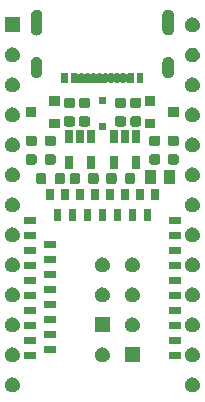
<source format=gts>
G04 #@! TF.GenerationSoftware,KiCad,Pcbnew,7.0.6*
G04 #@! TF.CreationDate,2023-08-29T11:45:56+03:00*
G04 #@! TF.ProjectId,nrfmicro,6e72666d-6963-4726-9f2e-6b696361645f,rev?*
G04 #@! TF.SameCoordinates,Original*
G04 #@! TF.FileFunction,Soldermask,Top*
G04 #@! TF.FilePolarity,Negative*
%FSLAX46Y46*%
G04 Gerber Fmt 4.6, Leading zero omitted, Abs format (unit mm)*
G04 Created by KiCad (PCBNEW 7.0.6) date 2023-08-29 11:45:56*
%MOMM*%
%LPD*%
G01*
G04 APERTURE LIST*
G04 APERTURE END LIST*
G36*
X20135679Y-49849630D02*
G01*
X20178141Y-49849630D01*
X20213900Y-49858443D01*
X20242726Y-49861692D01*
X20280012Y-49874739D01*
X20326774Y-49886265D01*
X20354427Y-49900778D01*
X20376771Y-49908597D01*
X20414533Y-49932324D01*
X20462321Y-49957405D01*
X20481521Y-49974415D01*
X20497021Y-49984154D01*
X20532021Y-50019154D01*
X20576904Y-50058917D01*
X20588313Y-50075446D01*
X20597445Y-50084578D01*
X20626145Y-50130254D01*
X20663865Y-50184901D01*
X20669016Y-50198485D01*
X20673002Y-50204828D01*
X20691851Y-50258696D01*
X20718148Y-50328035D01*
X20719228Y-50336934D01*
X20719907Y-50338873D01*
X20725615Y-50389538D01*
X20736600Y-50480000D01*
X20725614Y-50570469D01*
X20719907Y-50621126D01*
X20719228Y-50623064D01*
X20718148Y-50631965D01*
X20691847Y-50701315D01*
X20673002Y-50755171D01*
X20669017Y-50761511D01*
X20663865Y-50775099D01*
X20626138Y-50829755D01*
X20597445Y-50875421D01*
X20588315Y-50884550D01*
X20576904Y-50901083D01*
X20532012Y-50940853D01*
X20497021Y-50975845D01*
X20481525Y-50985581D01*
X20462321Y-51002595D01*
X20414523Y-51027680D01*
X20376771Y-51051402D01*
X20354433Y-51059218D01*
X20326774Y-51073735D01*
X20280002Y-51085263D01*
X20242726Y-51098307D01*
X20213907Y-51101554D01*
X20178141Y-51110370D01*
X20135670Y-51110370D01*
X20101600Y-51114209D01*
X20067530Y-51110370D01*
X20025059Y-51110370D01*
X19989292Y-51101554D01*
X19960473Y-51098307D01*
X19923194Y-51085262D01*
X19876426Y-51073735D01*
X19848768Y-51059219D01*
X19826428Y-51051402D01*
X19788670Y-51027677D01*
X19740879Y-51002595D01*
X19721677Y-50985583D01*
X19706178Y-50975845D01*
X19671178Y-50940845D01*
X19626296Y-50901083D01*
X19614886Y-50884553D01*
X19605754Y-50875421D01*
X19577050Y-50829739D01*
X19539335Y-50775099D01*
X19534183Y-50761515D01*
X19530197Y-50755171D01*
X19511339Y-50701281D01*
X19485052Y-50631965D01*
X19483971Y-50623068D01*
X19483292Y-50621126D01*
X19477571Y-50570355D01*
X19466600Y-50480000D01*
X19477570Y-50389652D01*
X19483292Y-50338873D01*
X19483971Y-50336929D01*
X19485052Y-50328035D01*
X19511335Y-50258730D01*
X19530197Y-50204828D01*
X19534184Y-50198481D01*
X19539335Y-50184901D01*
X19577043Y-50130270D01*
X19605754Y-50084578D01*
X19614888Y-50075443D01*
X19626296Y-50058917D01*
X19671170Y-50019161D01*
X19706178Y-49984154D01*
X19721681Y-49974412D01*
X19740879Y-49957405D01*
X19788660Y-49932327D01*
X19826428Y-49908597D01*
X19848774Y-49900777D01*
X19876426Y-49886265D01*
X19923184Y-49874739D01*
X19960473Y-49861692D01*
X19989300Y-49858443D01*
X20025059Y-49849630D01*
X20067521Y-49849630D01*
X20101600Y-49845790D01*
X20135679Y-49849630D01*
G37*
G36*
X35375679Y-49849630D02*
G01*
X35418141Y-49849630D01*
X35453900Y-49858443D01*
X35482726Y-49861692D01*
X35520012Y-49874739D01*
X35566774Y-49886265D01*
X35594427Y-49900778D01*
X35616771Y-49908597D01*
X35654533Y-49932324D01*
X35702321Y-49957405D01*
X35721521Y-49974415D01*
X35737021Y-49984154D01*
X35772021Y-50019154D01*
X35816904Y-50058917D01*
X35828313Y-50075446D01*
X35837445Y-50084578D01*
X35866145Y-50130254D01*
X35903865Y-50184901D01*
X35909016Y-50198485D01*
X35913002Y-50204828D01*
X35931851Y-50258696D01*
X35958148Y-50328035D01*
X35959228Y-50336934D01*
X35959907Y-50338873D01*
X35965616Y-50389543D01*
X35976600Y-50480000D01*
X35965614Y-50570474D01*
X35959907Y-50621126D01*
X35959228Y-50623064D01*
X35958148Y-50631965D01*
X35931847Y-50701315D01*
X35913002Y-50755171D01*
X35909017Y-50761511D01*
X35903865Y-50775099D01*
X35866138Y-50829755D01*
X35837445Y-50875421D01*
X35828315Y-50884550D01*
X35816904Y-50901083D01*
X35772012Y-50940853D01*
X35737021Y-50975845D01*
X35721525Y-50985581D01*
X35702321Y-51002595D01*
X35654523Y-51027680D01*
X35616771Y-51051402D01*
X35594433Y-51059218D01*
X35566774Y-51073735D01*
X35520002Y-51085263D01*
X35482726Y-51098307D01*
X35453907Y-51101554D01*
X35418141Y-51110370D01*
X35375670Y-51110370D01*
X35341600Y-51114209D01*
X35307530Y-51110370D01*
X35265059Y-51110370D01*
X35229292Y-51101554D01*
X35200473Y-51098307D01*
X35163194Y-51085262D01*
X35116426Y-51073735D01*
X35088768Y-51059219D01*
X35066428Y-51051402D01*
X35028670Y-51027677D01*
X34980879Y-51002595D01*
X34961677Y-50985583D01*
X34946178Y-50975845D01*
X34911178Y-50940845D01*
X34866296Y-50901083D01*
X34854886Y-50884553D01*
X34845754Y-50875421D01*
X34817050Y-50829739D01*
X34779335Y-50775099D01*
X34774183Y-50761515D01*
X34770197Y-50755171D01*
X34751339Y-50701281D01*
X34725052Y-50631965D01*
X34723971Y-50623068D01*
X34723292Y-50621126D01*
X34717571Y-50570355D01*
X34706600Y-50480000D01*
X34717570Y-50389652D01*
X34723292Y-50338873D01*
X34723971Y-50336929D01*
X34725052Y-50328035D01*
X34751335Y-50258730D01*
X34770197Y-50204828D01*
X34774184Y-50198481D01*
X34779335Y-50184901D01*
X34817043Y-50130270D01*
X34845754Y-50084578D01*
X34854888Y-50075443D01*
X34866296Y-50058917D01*
X34911170Y-50019161D01*
X34946178Y-49984154D01*
X34961681Y-49974412D01*
X34980879Y-49957405D01*
X35028660Y-49932327D01*
X35066428Y-49908597D01*
X35088774Y-49900777D01*
X35116426Y-49886265D01*
X35163184Y-49874739D01*
X35200473Y-49861692D01*
X35229300Y-49858443D01*
X35265059Y-49849630D01*
X35307521Y-49849630D01*
X35341600Y-49845790D01*
X35375679Y-49849630D01*
G37*
G36*
X30896600Y-48575000D02*
G01*
X29626600Y-48575000D01*
X29626600Y-47305000D01*
X30896600Y-47305000D01*
X30896600Y-48575000D01*
G37*
G36*
X20135679Y-47309630D02*
G01*
X20178141Y-47309630D01*
X20213900Y-47318443D01*
X20242726Y-47321692D01*
X20280012Y-47334739D01*
X20326774Y-47346265D01*
X20354427Y-47360778D01*
X20376771Y-47368597D01*
X20414533Y-47392324D01*
X20462321Y-47417405D01*
X20481521Y-47434415D01*
X20497021Y-47444154D01*
X20532021Y-47479154D01*
X20576904Y-47518917D01*
X20588313Y-47535446D01*
X20597445Y-47544578D01*
X20626145Y-47590254D01*
X20663865Y-47644901D01*
X20669016Y-47658485D01*
X20673002Y-47664828D01*
X20691851Y-47718696D01*
X20718148Y-47788035D01*
X20719228Y-47796934D01*
X20719907Y-47798873D01*
X20725615Y-47849538D01*
X20736600Y-47940000D01*
X20725614Y-48030469D01*
X20719907Y-48081126D01*
X20719228Y-48083064D01*
X20718148Y-48091965D01*
X20691847Y-48161315D01*
X20673002Y-48215171D01*
X20669017Y-48221511D01*
X20663865Y-48235099D01*
X20626138Y-48289755D01*
X20597445Y-48335421D01*
X20588315Y-48344550D01*
X20576904Y-48361083D01*
X20532012Y-48400853D01*
X20497021Y-48435845D01*
X20481525Y-48445581D01*
X20462321Y-48462595D01*
X20414523Y-48487680D01*
X20376771Y-48511402D01*
X20354433Y-48519218D01*
X20326774Y-48533735D01*
X20280002Y-48545263D01*
X20242726Y-48558307D01*
X20213907Y-48561554D01*
X20178141Y-48570370D01*
X20135670Y-48570370D01*
X20101600Y-48574209D01*
X20067530Y-48570370D01*
X20025059Y-48570370D01*
X19989292Y-48561554D01*
X19960473Y-48558307D01*
X19923194Y-48545262D01*
X19876426Y-48533735D01*
X19848768Y-48519219D01*
X19826428Y-48511402D01*
X19788670Y-48487677D01*
X19740879Y-48462595D01*
X19721677Y-48445583D01*
X19706178Y-48435845D01*
X19671178Y-48400845D01*
X19626296Y-48361083D01*
X19614886Y-48344553D01*
X19605754Y-48335421D01*
X19577050Y-48289739D01*
X19539335Y-48235099D01*
X19534183Y-48221515D01*
X19530197Y-48215171D01*
X19511339Y-48161281D01*
X19485052Y-48091965D01*
X19483971Y-48083068D01*
X19483292Y-48081126D01*
X19477571Y-48030355D01*
X19466600Y-47940000D01*
X19477570Y-47849652D01*
X19483292Y-47798873D01*
X19483971Y-47796929D01*
X19485052Y-47788035D01*
X19511335Y-47718730D01*
X19530197Y-47664828D01*
X19534184Y-47658481D01*
X19539335Y-47644901D01*
X19577043Y-47590270D01*
X19605754Y-47544578D01*
X19614888Y-47535443D01*
X19626296Y-47518917D01*
X19671170Y-47479161D01*
X19706178Y-47444154D01*
X19721681Y-47434412D01*
X19740879Y-47417405D01*
X19788660Y-47392327D01*
X19826428Y-47368597D01*
X19848774Y-47360777D01*
X19876426Y-47346265D01*
X19923184Y-47334739D01*
X19960473Y-47321692D01*
X19989300Y-47318443D01*
X20025059Y-47309630D01*
X20067521Y-47309630D01*
X20101600Y-47305790D01*
X20135679Y-47309630D01*
G37*
G36*
X27755679Y-47309630D02*
G01*
X27798141Y-47309630D01*
X27833900Y-47318443D01*
X27862726Y-47321692D01*
X27900012Y-47334739D01*
X27946774Y-47346265D01*
X27974427Y-47360778D01*
X27996771Y-47368597D01*
X28034533Y-47392324D01*
X28082321Y-47417405D01*
X28101521Y-47434415D01*
X28117021Y-47444154D01*
X28152021Y-47479154D01*
X28196904Y-47518917D01*
X28208313Y-47535446D01*
X28217445Y-47544578D01*
X28246145Y-47590254D01*
X28283865Y-47644901D01*
X28289016Y-47658485D01*
X28293002Y-47664828D01*
X28311851Y-47718696D01*
X28338148Y-47788035D01*
X28339228Y-47796934D01*
X28339907Y-47798873D01*
X28345615Y-47849538D01*
X28356600Y-47940000D01*
X28345614Y-48030469D01*
X28339907Y-48081126D01*
X28339228Y-48083064D01*
X28338148Y-48091965D01*
X28311847Y-48161315D01*
X28293002Y-48215171D01*
X28289017Y-48221511D01*
X28283865Y-48235099D01*
X28246138Y-48289755D01*
X28217445Y-48335421D01*
X28208315Y-48344550D01*
X28196904Y-48361083D01*
X28152012Y-48400853D01*
X28117021Y-48435845D01*
X28101525Y-48445581D01*
X28082321Y-48462595D01*
X28034523Y-48487680D01*
X27996771Y-48511402D01*
X27974433Y-48519218D01*
X27946774Y-48533735D01*
X27900002Y-48545263D01*
X27862726Y-48558307D01*
X27833907Y-48561554D01*
X27798141Y-48570370D01*
X27755670Y-48570370D01*
X27721600Y-48574209D01*
X27687530Y-48570370D01*
X27645059Y-48570370D01*
X27609292Y-48561554D01*
X27580473Y-48558307D01*
X27543194Y-48545262D01*
X27496426Y-48533735D01*
X27468768Y-48519219D01*
X27446428Y-48511402D01*
X27408670Y-48487677D01*
X27360879Y-48462595D01*
X27341677Y-48445583D01*
X27326178Y-48435845D01*
X27291178Y-48400845D01*
X27246296Y-48361083D01*
X27234886Y-48344553D01*
X27225754Y-48335421D01*
X27197050Y-48289739D01*
X27159335Y-48235099D01*
X27154183Y-48221515D01*
X27150197Y-48215171D01*
X27131339Y-48161281D01*
X27105052Y-48091965D01*
X27103971Y-48083068D01*
X27103292Y-48081126D01*
X27097571Y-48030355D01*
X27086600Y-47940000D01*
X27097570Y-47849652D01*
X27103292Y-47798873D01*
X27103971Y-47796929D01*
X27105052Y-47788035D01*
X27131335Y-47718730D01*
X27150197Y-47664828D01*
X27154184Y-47658481D01*
X27159335Y-47644901D01*
X27197043Y-47590270D01*
X27225754Y-47544578D01*
X27234888Y-47535443D01*
X27246296Y-47518917D01*
X27291170Y-47479161D01*
X27326178Y-47444154D01*
X27341681Y-47434412D01*
X27360879Y-47417405D01*
X27408660Y-47392327D01*
X27446428Y-47368597D01*
X27468774Y-47360777D01*
X27496426Y-47346265D01*
X27543184Y-47334739D01*
X27580473Y-47321692D01*
X27609300Y-47318443D01*
X27645059Y-47309630D01*
X27687521Y-47309630D01*
X27721600Y-47305790D01*
X27755679Y-47309630D01*
G37*
G36*
X35375679Y-47309630D02*
G01*
X35418141Y-47309630D01*
X35453900Y-47318443D01*
X35482726Y-47321692D01*
X35520012Y-47334739D01*
X35566774Y-47346265D01*
X35594427Y-47360778D01*
X35616771Y-47368597D01*
X35654533Y-47392324D01*
X35702321Y-47417405D01*
X35721521Y-47434415D01*
X35737021Y-47444154D01*
X35772021Y-47479154D01*
X35816904Y-47518917D01*
X35828313Y-47535446D01*
X35837445Y-47544578D01*
X35866145Y-47590254D01*
X35903865Y-47644901D01*
X35909016Y-47658485D01*
X35913002Y-47664828D01*
X35931851Y-47718696D01*
X35958148Y-47788035D01*
X35959228Y-47796934D01*
X35959907Y-47798873D01*
X35965615Y-47849538D01*
X35976600Y-47940000D01*
X35965614Y-48030469D01*
X35959907Y-48081126D01*
X35959228Y-48083064D01*
X35958148Y-48091965D01*
X35931847Y-48161315D01*
X35913002Y-48215171D01*
X35909017Y-48221511D01*
X35903865Y-48235099D01*
X35866138Y-48289755D01*
X35837445Y-48335421D01*
X35828315Y-48344550D01*
X35816904Y-48361083D01*
X35772012Y-48400853D01*
X35737021Y-48435845D01*
X35721525Y-48445581D01*
X35702321Y-48462595D01*
X35654523Y-48487680D01*
X35616771Y-48511402D01*
X35594433Y-48519218D01*
X35566774Y-48533735D01*
X35520002Y-48545263D01*
X35482726Y-48558307D01*
X35453907Y-48561554D01*
X35418141Y-48570370D01*
X35375670Y-48570370D01*
X35341600Y-48574209D01*
X35307530Y-48570370D01*
X35265059Y-48570370D01*
X35229292Y-48561554D01*
X35200473Y-48558307D01*
X35163194Y-48545262D01*
X35116426Y-48533735D01*
X35088768Y-48519219D01*
X35066428Y-48511402D01*
X35028670Y-48487677D01*
X34980879Y-48462595D01*
X34961677Y-48445583D01*
X34946178Y-48435845D01*
X34911178Y-48400845D01*
X34866296Y-48361083D01*
X34854886Y-48344553D01*
X34845754Y-48335421D01*
X34817050Y-48289739D01*
X34779335Y-48235099D01*
X34774183Y-48221515D01*
X34770197Y-48215171D01*
X34751339Y-48161281D01*
X34725052Y-48091965D01*
X34723971Y-48083068D01*
X34723292Y-48081126D01*
X34717571Y-48030355D01*
X34706600Y-47940000D01*
X34717570Y-47849652D01*
X34723292Y-47798873D01*
X34723971Y-47796929D01*
X34725052Y-47788035D01*
X34751335Y-47718730D01*
X34770197Y-47664828D01*
X34774184Y-47658481D01*
X34779335Y-47644901D01*
X34817043Y-47590270D01*
X34845754Y-47544578D01*
X34854888Y-47535443D01*
X34866296Y-47518917D01*
X34911170Y-47479161D01*
X34946178Y-47444154D01*
X34961681Y-47434412D01*
X34980879Y-47417405D01*
X35028660Y-47392327D01*
X35066428Y-47368597D01*
X35088774Y-47360777D01*
X35116426Y-47346265D01*
X35163184Y-47334739D01*
X35200473Y-47321692D01*
X35229300Y-47318443D01*
X35265059Y-47309630D01*
X35307521Y-47309630D01*
X35341600Y-47305790D01*
X35375679Y-47309630D01*
G37*
G36*
X22101000Y-48325000D02*
G01*
X21101000Y-48325000D01*
X21101000Y-47675000D01*
X22101000Y-47675000D01*
X22101000Y-48325000D01*
G37*
G36*
X34339000Y-48325000D02*
G01*
X33339000Y-48325000D01*
X33339000Y-47675000D01*
X34339000Y-47675000D01*
X34339000Y-48325000D01*
G37*
G36*
X23812000Y-47817000D02*
G01*
X22812000Y-47817000D01*
X22812000Y-47167000D01*
X23812000Y-47167000D01*
X23812000Y-47817000D01*
G37*
G36*
X22101000Y-47055000D02*
G01*
X21101000Y-47055000D01*
X21101000Y-46405000D01*
X22101000Y-46405000D01*
X22101000Y-47055000D01*
G37*
G36*
X34339000Y-47055000D02*
G01*
X33339000Y-47055000D01*
X33339000Y-46405000D01*
X34339000Y-46405000D01*
X34339000Y-47055000D01*
G37*
G36*
X23812000Y-46547000D02*
G01*
X22812000Y-46547000D01*
X22812000Y-45897000D01*
X23812000Y-45897000D01*
X23812000Y-46547000D01*
G37*
G36*
X28356600Y-46035000D02*
G01*
X27086600Y-46035000D01*
X27086600Y-44765000D01*
X28356600Y-44765000D01*
X28356600Y-46035000D01*
G37*
G36*
X20135679Y-44769630D02*
G01*
X20178141Y-44769630D01*
X20213900Y-44778443D01*
X20242726Y-44781692D01*
X20280012Y-44794739D01*
X20326774Y-44806265D01*
X20354427Y-44820778D01*
X20376771Y-44828597D01*
X20414533Y-44852324D01*
X20462321Y-44877405D01*
X20481521Y-44894415D01*
X20497021Y-44904154D01*
X20532021Y-44939154D01*
X20576904Y-44978917D01*
X20588313Y-44995446D01*
X20597445Y-45004578D01*
X20626145Y-45050254D01*
X20663865Y-45104901D01*
X20669016Y-45118485D01*
X20673002Y-45124828D01*
X20691851Y-45178696D01*
X20718148Y-45248035D01*
X20719228Y-45256934D01*
X20719907Y-45258873D01*
X20725615Y-45309538D01*
X20736600Y-45400000D01*
X20725614Y-45490469D01*
X20719907Y-45541126D01*
X20719228Y-45543064D01*
X20718148Y-45551965D01*
X20691847Y-45621315D01*
X20673002Y-45675171D01*
X20669017Y-45681511D01*
X20663865Y-45695099D01*
X20626138Y-45749755D01*
X20597445Y-45795421D01*
X20588315Y-45804550D01*
X20576904Y-45821083D01*
X20532012Y-45860853D01*
X20497021Y-45895845D01*
X20481525Y-45905581D01*
X20462321Y-45922595D01*
X20414523Y-45947680D01*
X20376771Y-45971402D01*
X20354433Y-45979218D01*
X20326774Y-45993735D01*
X20280002Y-46005263D01*
X20242726Y-46018307D01*
X20213907Y-46021554D01*
X20178141Y-46030370D01*
X20135670Y-46030370D01*
X20101600Y-46034209D01*
X20067530Y-46030370D01*
X20025059Y-46030370D01*
X19989292Y-46021554D01*
X19960473Y-46018307D01*
X19923194Y-46005262D01*
X19876426Y-45993735D01*
X19848768Y-45979219D01*
X19826428Y-45971402D01*
X19788670Y-45947677D01*
X19740879Y-45922595D01*
X19721677Y-45905583D01*
X19706178Y-45895845D01*
X19671178Y-45860845D01*
X19626296Y-45821083D01*
X19614886Y-45804553D01*
X19605754Y-45795421D01*
X19577050Y-45749739D01*
X19539335Y-45695099D01*
X19534183Y-45681515D01*
X19530197Y-45675171D01*
X19511339Y-45621281D01*
X19485052Y-45551965D01*
X19483971Y-45543068D01*
X19483292Y-45541126D01*
X19477571Y-45490355D01*
X19466600Y-45400000D01*
X19477570Y-45309652D01*
X19483292Y-45258873D01*
X19483971Y-45256929D01*
X19485052Y-45248035D01*
X19511335Y-45178730D01*
X19530197Y-45124828D01*
X19534184Y-45118481D01*
X19539335Y-45104901D01*
X19577043Y-45050270D01*
X19605754Y-45004578D01*
X19614888Y-44995443D01*
X19626296Y-44978917D01*
X19671170Y-44939161D01*
X19706178Y-44904154D01*
X19721681Y-44894412D01*
X19740879Y-44877405D01*
X19788660Y-44852327D01*
X19826428Y-44828597D01*
X19848774Y-44820777D01*
X19876426Y-44806265D01*
X19923184Y-44794739D01*
X19960473Y-44781692D01*
X19989300Y-44778443D01*
X20025059Y-44769630D01*
X20067521Y-44769630D01*
X20101600Y-44765790D01*
X20135679Y-44769630D01*
G37*
G36*
X30295679Y-44769630D02*
G01*
X30338141Y-44769630D01*
X30373900Y-44778443D01*
X30402726Y-44781692D01*
X30440012Y-44794739D01*
X30486774Y-44806265D01*
X30514427Y-44820778D01*
X30536771Y-44828597D01*
X30574533Y-44852324D01*
X30622321Y-44877405D01*
X30641521Y-44894415D01*
X30657021Y-44904154D01*
X30692021Y-44939154D01*
X30736904Y-44978917D01*
X30748313Y-44995446D01*
X30757445Y-45004578D01*
X30786145Y-45050254D01*
X30823865Y-45104901D01*
X30829016Y-45118485D01*
X30833002Y-45124828D01*
X30851851Y-45178696D01*
X30878148Y-45248035D01*
X30879228Y-45256934D01*
X30879907Y-45258873D01*
X30885615Y-45309538D01*
X30896600Y-45400000D01*
X30885614Y-45490469D01*
X30879907Y-45541126D01*
X30879228Y-45543064D01*
X30878148Y-45551965D01*
X30851847Y-45621315D01*
X30833002Y-45675171D01*
X30829017Y-45681511D01*
X30823865Y-45695099D01*
X30786138Y-45749755D01*
X30757445Y-45795421D01*
X30748315Y-45804550D01*
X30736904Y-45821083D01*
X30692012Y-45860853D01*
X30657021Y-45895845D01*
X30641525Y-45905581D01*
X30622321Y-45922595D01*
X30574523Y-45947680D01*
X30536771Y-45971402D01*
X30514433Y-45979218D01*
X30486774Y-45993735D01*
X30440002Y-46005263D01*
X30402726Y-46018307D01*
X30373907Y-46021554D01*
X30338141Y-46030370D01*
X30295670Y-46030370D01*
X30261600Y-46034209D01*
X30227530Y-46030370D01*
X30185059Y-46030370D01*
X30149292Y-46021554D01*
X30120473Y-46018307D01*
X30083194Y-46005262D01*
X30036426Y-45993735D01*
X30008768Y-45979219D01*
X29986428Y-45971402D01*
X29948670Y-45947677D01*
X29900879Y-45922595D01*
X29881677Y-45905583D01*
X29866178Y-45895845D01*
X29831178Y-45860845D01*
X29786296Y-45821083D01*
X29774886Y-45804553D01*
X29765754Y-45795421D01*
X29737050Y-45749739D01*
X29699335Y-45695099D01*
X29694183Y-45681515D01*
X29690197Y-45675171D01*
X29671339Y-45621281D01*
X29645052Y-45551965D01*
X29643971Y-45543068D01*
X29643292Y-45541126D01*
X29637571Y-45490355D01*
X29626600Y-45400000D01*
X29637570Y-45309652D01*
X29643292Y-45258873D01*
X29643971Y-45256929D01*
X29645052Y-45248035D01*
X29671335Y-45178730D01*
X29690197Y-45124828D01*
X29694184Y-45118481D01*
X29699335Y-45104901D01*
X29737043Y-45050270D01*
X29765754Y-45004578D01*
X29774888Y-44995443D01*
X29786296Y-44978917D01*
X29831170Y-44939161D01*
X29866178Y-44904154D01*
X29881681Y-44894412D01*
X29900879Y-44877405D01*
X29948660Y-44852327D01*
X29986428Y-44828597D01*
X30008774Y-44820777D01*
X30036426Y-44806265D01*
X30083184Y-44794739D01*
X30120473Y-44781692D01*
X30149300Y-44778443D01*
X30185059Y-44769630D01*
X30227521Y-44769630D01*
X30261600Y-44765790D01*
X30295679Y-44769630D01*
G37*
G36*
X35375679Y-44769630D02*
G01*
X35418141Y-44769630D01*
X35453900Y-44778443D01*
X35482726Y-44781692D01*
X35520012Y-44794739D01*
X35566774Y-44806265D01*
X35594427Y-44820778D01*
X35616771Y-44828597D01*
X35654533Y-44852324D01*
X35702321Y-44877405D01*
X35721521Y-44894415D01*
X35737021Y-44904154D01*
X35772021Y-44939154D01*
X35816904Y-44978917D01*
X35828313Y-44995446D01*
X35837445Y-45004578D01*
X35866145Y-45050254D01*
X35903865Y-45104901D01*
X35909016Y-45118485D01*
X35913002Y-45124828D01*
X35931851Y-45178696D01*
X35958148Y-45248035D01*
X35959228Y-45256934D01*
X35959907Y-45258873D01*
X35965616Y-45309543D01*
X35976600Y-45400000D01*
X35965614Y-45490474D01*
X35959907Y-45541126D01*
X35959228Y-45543064D01*
X35958148Y-45551965D01*
X35931847Y-45621315D01*
X35913002Y-45675171D01*
X35909017Y-45681511D01*
X35903865Y-45695099D01*
X35866138Y-45749755D01*
X35837445Y-45795421D01*
X35828315Y-45804550D01*
X35816904Y-45821083D01*
X35772012Y-45860853D01*
X35737021Y-45895845D01*
X35721525Y-45905581D01*
X35702321Y-45922595D01*
X35654523Y-45947680D01*
X35616771Y-45971402D01*
X35594433Y-45979218D01*
X35566774Y-45993735D01*
X35520002Y-46005263D01*
X35482726Y-46018307D01*
X35453907Y-46021554D01*
X35418141Y-46030370D01*
X35375670Y-46030370D01*
X35341600Y-46034209D01*
X35307530Y-46030370D01*
X35265059Y-46030370D01*
X35229292Y-46021554D01*
X35200473Y-46018307D01*
X35163194Y-46005262D01*
X35116426Y-45993735D01*
X35088768Y-45979219D01*
X35066428Y-45971402D01*
X35028670Y-45947677D01*
X34980879Y-45922595D01*
X34961677Y-45905583D01*
X34946178Y-45895845D01*
X34911178Y-45860845D01*
X34866296Y-45821083D01*
X34854886Y-45804553D01*
X34845754Y-45795421D01*
X34817050Y-45749739D01*
X34779335Y-45695099D01*
X34774183Y-45681515D01*
X34770197Y-45675171D01*
X34751339Y-45621281D01*
X34725052Y-45551965D01*
X34723971Y-45543068D01*
X34723292Y-45541126D01*
X34717571Y-45490355D01*
X34706600Y-45400000D01*
X34717570Y-45309652D01*
X34723292Y-45258873D01*
X34723971Y-45256929D01*
X34725052Y-45248035D01*
X34751335Y-45178730D01*
X34770197Y-45124828D01*
X34774184Y-45118481D01*
X34779335Y-45104901D01*
X34817043Y-45050270D01*
X34845754Y-45004578D01*
X34854888Y-44995443D01*
X34866296Y-44978917D01*
X34911170Y-44939161D01*
X34946178Y-44904154D01*
X34961681Y-44894412D01*
X34980879Y-44877405D01*
X35028660Y-44852327D01*
X35066428Y-44828597D01*
X35088774Y-44820777D01*
X35116426Y-44806265D01*
X35163184Y-44794739D01*
X35200473Y-44781692D01*
X35229300Y-44778443D01*
X35265059Y-44769630D01*
X35307521Y-44769630D01*
X35341600Y-44765790D01*
X35375679Y-44769630D01*
G37*
G36*
X22101000Y-45785000D02*
G01*
X21101000Y-45785000D01*
X21101000Y-45135000D01*
X22101000Y-45135000D01*
X22101000Y-45785000D01*
G37*
G36*
X34339000Y-45785000D02*
G01*
X33339000Y-45785000D01*
X33339000Y-45135000D01*
X34339000Y-45135000D01*
X34339000Y-45785000D01*
G37*
G36*
X23812000Y-45277000D02*
G01*
X22812000Y-45277000D01*
X22812000Y-44627000D01*
X23812000Y-44627000D01*
X23812000Y-45277000D01*
G37*
G36*
X22101000Y-44515000D02*
G01*
X21101000Y-44515000D01*
X21101000Y-43865000D01*
X22101000Y-43865000D01*
X22101000Y-44515000D01*
G37*
G36*
X34339000Y-44515000D02*
G01*
X33339000Y-44515000D01*
X33339000Y-43865000D01*
X34339000Y-43865000D01*
X34339000Y-44515000D01*
G37*
G36*
X23812000Y-44007000D02*
G01*
X22812000Y-44007000D01*
X22812000Y-43357000D01*
X23812000Y-43357000D01*
X23812000Y-44007000D01*
G37*
G36*
X20135679Y-42229630D02*
G01*
X20178141Y-42229630D01*
X20213900Y-42238443D01*
X20242726Y-42241692D01*
X20280012Y-42254739D01*
X20326774Y-42266265D01*
X20354427Y-42280778D01*
X20376771Y-42288597D01*
X20414533Y-42312324D01*
X20462321Y-42337405D01*
X20481521Y-42354415D01*
X20497021Y-42364154D01*
X20532021Y-42399154D01*
X20576904Y-42438917D01*
X20588313Y-42455446D01*
X20597445Y-42464578D01*
X20626145Y-42510254D01*
X20663865Y-42564901D01*
X20669016Y-42578485D01*
X20673002Y-42584828D01*
X20691851Y-42638696D01*
X20718148Y-42708035D01*
X20719228Y-42716934D01*
X20719907Y-42718873D01*
X20725615Y-42769538D01*
X20736600Y-42860000D01*
X20725614Y-42950469D01*
X20719907Y-43001126D01*
X20719228Y-43003064D01*
X20718148Y-43011965D01*
X20691847Y-43081315D01*
X20673002Y-43135171D01*
X20669017Y-43141511D01*
X20663865Y-43155099D01*
X20626138Y-43209755D01*
X20597445Y-43255421D01*
X20588315Y-43264550D01*
X20576904Y-43281083D01*
X20532012Y-43320853D01*
X20497021Y-43355845D01*
X20481525Y-43365581D01*
X20462321Y-43382595D01*
X20414523Y-43407680D01*
X20376771Y-43431402D01*
X20354433Y-43439218D01*
X20326774Y-43453735D01*
X20280002Y-43465263D01*
X20242726Y-43478307D01*
X20213907Y-43481554D01*
X20178141Y-43490370D01*
X20135670Y-43490370D01*
X20101600Y-43494209D01*
X20067530Y-43490370D01*
X20025059Y-43490370D01*
X19989292Y-43481554D01*
X19960473Y-43478307D01*
X19923194Y-43465262D01*
X19876426Y-43453735D01*
X19848768Y-43439219D01*
X19826428Y-43431402D01*
X19788670Y-43407677D01*
X19740879Y-43382595D01*
X19721677Y-43365583D01*
X19706178Y-43355845D01*
X19671178Y-43320845D01*
X19626296Y-43281083D01*
X19614886Y-43264553D01*
X19605754Y-43255421D01*
X19577050Y-43209739D01*
X19539335Y-43155099D01*
X19534183Y-43141515D01*
X19530197Y-43135171D01*
X19511339Y-43081281D01*
X19485052Y-43011965D01*
X19483971Y-43003068D01*
X19483292Y-43001126D01*
X19477571Y-42950355D01*
X19466600Y-42860000D01*
X19477570Y-42769652D01*
X19483292Y-42718873D01*
X19483971Y-42716929D01*
X19485052Y-42708035D01*
X19511335Y-42638730D01*
X19530197Y-42584828D01*
X19534184Y-42578481D01*
X19539335Y-42564901D01*
X19577043Y-42510270D01*
X19605754Y-42464578D01*
X19614888Y-42455443D01*
X19626296Y-42438917D01*
X19671170Y-42399161D01*
X19706178Y-42364154D01*
X19721681Y-42354412D01*
X19740879Y-42337405D01*
X19788660Y-42312327D01*
X19826428Y-42288597D01*
X19848774Y-42280777D01*
X19876426Y-42266265D01*
X19923184Y-42254739D01*
X19960473Y-42241692D01*
X19989300Y-42238443D01*
X20025059Y-42229630D01*
X20067521Y-42229630D01*
X20101600Y-42225790D01*
X20135679Y-42229630D01*
G37*
G36*
X27755679Y-42229630D02*
G01*
X27798141Y-42229630D01*
X27833900Y-42238443D01*
X27862726Y-42241692D01*
X27900012Y-42254739D01*
X27946774Y-42266265D01*
X27974427Y-42280778D01*
X27996771Y-42288597D01*
X28034533Y-42312324D01*
X28082321Y-42337405D01*
X28101521Y-42354415D01*
X28117021Y-42364154D01*
X28152021Y-42399154D01*
X28196904Y-42438917D01*
X28208313Y-42455446D01*
X28217445Y-42464578D01*
X28246145Y-42510254D01*
X28283865Y-42564901D01*
X28289016Y-42578485D01*
X28293002Y-42584828D01*
X28311851Y-42638696D01*
X28338148Y-42708035D01*
X28339228Y-42716934D01*
X28339907Y-42718873D01*
X28345615Y-42769538D01*
X28356600Y-42860000D01*
X28345614Y-42950469D01*
X28339907Y-43001126D01*
X28339228Y-43003064D01*
X28338148Y-43011965D01*
X28311847Y-43081315D01*
X28293002Y-43135171D01*
X28289017Y-43141511D01*
X28283865Y-43155099D01*
X28246138Y-43209755D01*
X28217445Y-43255421D01*
X28208315Y-43264550D01*
X28196904Y-43281083D01*
X28152012Y-43320853D01*
X28117021Y-43355845D01*
X28101525Y-43365581D01*
X28082321Y-43382595D01*
X28034523Y-43407680D01*
X27996771Y-43431402D01*
X27974433Y-43439218D01*
X27946774Y-43453735D01*
X27900002Y-43465263D01*
X27862726Y-43478307D01*
X27833907Y-43481554D01*
X27798141Y-43490370D01*
X27755670Y-43490370D01*
X27721600Y-43494209D01*
X27687530Y-43490370D01*
X27645059Y-43490370D01*
X27609292Y-43481554D01*
X27580473Y-43478307D01*
X27543194Y-43465262D01*
X27496426Y-43453735D01*
X27468768Y-43439219D01*
X27446428Y-43431402D01*
X27408670Y-43407677D01*
X27360879Y-43382595D01*
X27341677Y-43365583D01*
X27326178Y-43355845D01*
X27291178Y-43320845D01*
X27246296Y-43281083D01*
X27234886Y-43264553D01*
X27225754Y-43255421D01*
X27197050Y-43209739D01*
X27159335Y-43155099D01*
X27154183Y-43141515D01*
X27150197Y-43135171D01*
X27131339Y-43081281D01*
X27105052Y-43011965D01*
X27103971Y-43003068D01*
X27103292Y-43001126D01*
X27097571Y-42950355D01*
X27086600Y-42860000D01*
X27097570Y-42769652D01*
X27103292Y-42718873D01*
X27103971Y-42716929D01*
X27105052Y-42708035D01*
X27131335Y-42638730D01*
X27150197Y-42584828D01*
X27154184Y-42578481D01*
X27159335Y-42564901D01*
X27197043Y-42510270D01*
X27225754Y-42464578D01*
X27234888Y-42455443D01*
X27246296Y-42438917D01*
X27291170Y-42399161D01*
X27326178Y-42364154D01*
X27341681Y-42354412D01*
X27360879Y-42337405D01*
X27408660Y-42312327D01*
X27446428Y-42288597D01*
X27468774Y-42280777D01*
X27496426Y-42266265D01*
X27543184Y-42254739D01*
X27580473Y-42241692D01*
X27609300Y-42238443D01*
X27645059Y-42229630D01*
X27687521Y-42229630D01*
X27721600Y-42225790D01*
X27755679Y-42229630D01*
G37*
G36*
X30295679Y-42229630D02*
G01*
X30338141Y-42229630D01*
X30373900Y-42238443D01*
X30402726Y-42241692D01*
X30440012Y-42254739D01*
X30486774Y-42266265D01*
X30514427Y-42280778D01*
X30536771Y-42288597D01*
X30574533Y-42312324D01*
X30622321Y-42337405D01*
X30641521Y-42354415D01*
X30657021Y-42364154D01*
X30692021Y-42399154D01*
X30736904Y-42438917D01*
X30748313Y-42455446D01*
X30757445Y-42464578D01*
X30786145Y-42510254D01*
X30823865Y-42564901D01*
X30829016Y-42578485D01*
X30833002Y-42584828D01*
X30851851Y-42638696D01*
X30878148Y-42708035D01*
X30879228Y-42716934D01*
X30879907Y-42718873D01*
X30885615Y-42769538D01*
X30896600Y-42860000D01*
X30885614Y-42950469D01*
X30879907Y-43001126D01*
X30879228Y-43003064D01*
X30878148Y-43011965D01*
X30851847Y-43081315D01*
X30833002Y-43135171D01*
X30829017Y-43141511D01*
X30823865Y-43155099D01*
X30786138Y-43209755D01*
X30757445Y-43255421D01*
X30748315Y-43264550D01*
X30736904Y-43281083D01*
X30692012Y-43320853D01*
X30657021Y-43355845D01*
X30641525Y-43365581D01*
X30622321Y-43382595D01*
X30574523Y-43407680D01*
X30536771Y-43431402D01*
X30514433Y-43439218D01*
X30486774Y-43453735D01*
X30440002Y-43465263D01*
X30402726Y-43478307D01*
X30373907Y-43481554D01*
X30338141Y-43490370D01*
X30295670Y-43490370D01*
X30261600Y-43494209D01*
X30227530Y-43490370D01*
X30185059Y-43490370D01*
X30149292Y-43481554D01*
X30120473Y-43478307D01*
X30083194Y-43465262D01*
X30036426Y-43453735D01*
X30008768Y-43439219D01*
X29986428Y-43431402D01*
X29948670Y-43407677D01*
X29900879Y-43382595D01*
X29881677Y-43365583D01*
X29866178Y-43355845D01*
X29831178Y-43320845D01*
X29786296Y-43281083D01*
X29774886Y-43264553D01*
X29765754Y-43255421D01*
X29737050Y-43209739D01*
X29699335Y-43155099D01*
X29694183Y-43141515D01*
X29690197Y-43135171D01*
X29671339Y-43081281D01*
X29645052Y-43011965D01*
X29643971Y-43003068D01*
X29643292Y-43001126D01*
X29637571Y-42950355D01*
X29626600Y-42860000D01*
X29637570Y-42769652D01*
X29643292Y-42718873D01*
X29643971Y-42716929D01*
X29645052Y-42708035D01*
X29671335Y-42638730D01*
X29690197Y-42584828D01*
X29694184Y-42578481D01*
X29699335Y-42564901D01*
X29737043Y-42510270D01*
X29765754Y-42464578D01*
X29774888Y-42455443D01*
X29786296Y-42438917D01*
X29831170Y-42399161D01*
X29866178Y-42364154D01*
X29881681Y-42354412D01*
X29900879Y-42337405D01*
X29948660Y-42312327D01*
X29986428Y-42288597D01*
X30008774Y-42280777D01*
X30036426Y-42266265D01*
X30083184Y-42254739D01*
X30120473Y-42241692D01*
X30149300Y-42238443D01*
X30185059Y-42229630D01*
X30227521Y-42229630D01*
X30261600Y-42225790D01*
X30295679Y-42229630D01*
G37*
G36*
X35375679Y-42229630D02*
G01*
X35418141Y-42229630D01*
X35453900Y-42238443D01*
X35482726Y-42241692D01*
X35520012Y-42254739D01*
X35566774Y-42266265D01*
X35594427Y-42280778D01*
X35616771Y-42288597D01*
X35654533Y-42312324D01*
X35702321Y-42337405D01*
X35721521Y-42354415D01*
X35737021Y-42364154D01*
X35772021Y-42399154D01*
X35816904Y-42438917D01*
X35828313Y-42455446D01*
X35837445Y-42464578D01*
X35866145Y-42510254D01*
X35903865Y-42564901D01*
X35909016Y-42578485D01*
X35913002Y-42584828D01*
X35931851Y-42638696D01*
X35958148Y-42708035D01*
X35959228Y-42716934D01*
X35959907Y-42718873D01*
X35965615Y-42769538D01*
X35976600Y-42860000D01*
X35965614Y-42950469D01*
X35959907Y-43001126D01*
X35959228Y-43003064D01*
X35958148Y-43011965D01*
X35931847Y-43081315D01*
X35913002Y-43135171D01*
X35909017Y-43141511D01*
X35903865Y-43155099D01*
X35866138Y-43209755D01*
X35837445Y-43255421D01*
X35828315Y-43264550D01*
X35816904Y-43281083D01*
X35772012Y-43320853D01*
X35737021Y-43355845D01*
X35721525Y-43365581D01*
X35702321Y-43382595D01*
X35654523Y-43407680D01*
X35616771Y-43431402D01*
X35594433Y-43439218D01*
X35566774Y-43453735D01*
X35520002Y-43465263D01*
X35482726Y-43478307D01*
X35453907Y-43481554D01*
X35418141Y-43490370D01*
X35375670Y-43490370D01*
X35341600Y-43494209D01*
X35307530Y-43490370D01*
X35265059Y-43490370D01*
X35229292Y-43481554D01*
X35200473Y-43478307D01*
X35163194Y-43465262D01*
X35116426Y-43453735D01*
X35088768Y-43439219D01*
X35066428Y-43431402D01*
X35028670Y-43407677D01*
X34980879Y-43382595D01*
X34961677Y-43365583D01*
X34946178Y-43355845D01*
X34911178Y-43320845D01*
X34866296Y-43281083D01*
X34854886Y-43264553D01*
X34845754Y-43255421D01*
X34817050Y-43209739D01*
X34779335Y-43155099D01*
X34774183Y-43141515D01*
X34770197Y-43135171D01*
X34751339Y-43081281D01*
X34725052Y-43011965D01*
X34723971Y-43003068D01*
X34723292Y-43001126D01*
X34717571Y-42950355D01*
X34706600Y-42860000D01*
X34717570Y-42769652D01*
X34723292Y-42718873D01*
X34723971Y-42716929D01*
X34725052Y-42708035D01*
X34751335Y-42638730D01*
X34770197Y-42584828D01*
X34774184Y-42578481D01*
X34779335Y-42564901D01*
X34817043Y-42510270D01*
X34845754Y-42464578D01*
X34854888Y-42455443D01*
X34866296Y-42438917D01*
X34911170Y-42399161D01*
X34946178Y-42364154D01*
X34961681Y-42354412D01*
X34980879Y-42337405D01*
X35028660Y-42312327D01*
X35066428Y-42288597D01*
X35088774Y-42280777D01*
X35116426Y-42266265D01*
X35163184Y-42254739D01*
X35200473Y-42241692D01*
X35229300Y-42238443D01*
X35265059Y-42229630D01*
X35307521Y-42229630D01*
X35341600Y-42225790D01*
X35375679Y-42229630D01*
G37*
G36*
X22101000Y-43245000D02*
G01*
X21101000Y-43245000D01*
X21101000Y-42595000D01*
X22101000Y-42595000D01*
X22101000Y-43245000D01*
G37*
G36*
X34339000Y-43245000D02*
G01*
X33339000Y-43245000D01*
X33339000Y-42595000D01*
X34339000Y-42595000D01*
X34339000Y-43245000D01*
G37*
G36*
X23812000Y-42737000D02*
G01*
X22812000Y-42737000D01*
X22812000Y-42087000D01*
X23812000Y-42087000D01*
X23812000Y-42737000D01*
G37*
G36*
X22101000Y-41975000D02*
G01*
X21101000Y-41975000D01*
X21101000Y-41325000D01*
X22101000Y-41325000D01*
X22101000Y-41975000D01*
G37*
G36*
X34339000Y-41975000D02*
G01*
X33339000Y-41975000D01*
X33339000Y-41325000D01*
X34339000Y-41325000D01*
X34339000Y-41975000D01*
G37*
G36*
X23812000Y-41467000D02*
G01*
X22812000Y-41467000D01*
X22812000Y-40817000D01*
X23812000Y-40817000D01*
X23812000Y-41467000D01*
G37*
G36*
X20135679Y-39689630D02*
G01*
X20178141Y-39689630D01*
X20213900Y-39698443D01*
X20242726Y-39701692D01*
X20280012Y-39714739D01*
X20326774Y-39726265D01*
X20354427Y-39740778D01*
X20376771Y-39748597D01*
X20414533Y-39772324D01*
X20462321Y-39797405D01*
X20481521Y-39814415D01*
X20497021Y-39824154D01*
X20532021Y-39859154D01*
X20576904Y-39898917D01*
X20588313Y-39915446D01*
X20597445Y-39924578D01*
X20626145Y-39970254D01*
X20663865Y-40024901D01*
X20669016Y-40038485D01*
X20673002Y-40044828D01*
X20691851Y-40098696D01*
X20718148Y-40168035D01*
X20719228Y-40176934D01*
X20719907Y-40178873D01*
X20725615Y-40229538D01*
X20736600Y-40320000D01*
X20725614Y-40410469D01*
X20719907Y-40461126D01*
X20719228Y-40463064D01*
X20718148Y-40471965D01*
X20691847Y-40541315D01*
X20673002Y-40595171D01*
X20669017Y-40601511D01*
X20663865Y-40615099D01*
X20626138Y-40669755D01*
X20597445Y-40715421D01*
X20588315Y-40724550D01*
X20576904Y-40741083D01*
X20532012Y-40780853D01*
X20497021Y-40815845D01*
X20481525Y-40825581D01*
X20462321Y-40842595D01*
X20414523Y-40867680D01*
X20376771Y-40891402D01*
X20354433Y-40899218D01*
X20326774Y-40913735D01*
X20280002Y-40925263D01*
X20242726Y-40938307D01*
X20213907Y-40941554D01*
X20178141Y-40950370D01*
X20135670Y-40950370D01*
X20101600Y-40954209D01*
X20067530Y-40950370D01*
X20025059Y-40950370D01*
X19989292Y-40941554D01*
X19960473Y-40938307D01*
X19923194Y-40925262D01*
X19876426Y-40913735D01*
X19848768Y-40899219D01*
X19826428Y-40891402D01*
X19788670Y-40867677D01*
X19740879Y-40842595D01*
X19721677Y-40825583D01*
X19706178Y-40815845D01*
X19671178Y-40780845D01*
X19626296Y-40741083D01*
X19614886Y-40724553D01*
X19605754Y-40715421D01*
X19577050Y-40669739D01*
X19539335Y-40615099D01*
X19534183Y-40601515D01*
X19530197Y-40595171D01*
X19511339Y-40541281D01*
X19485052Y-40471965D01*
X19483971Y-40463068D01*
X19483292Y-40461126D01*
X19477571Y-40410355D01*
X19466600Y-40320000D01*
X19477570Y-40229652D01*
X19483292Y-40178873D01*
X19483971Y-40176929D01*
X19485052Y-40168035D01*
X19511335Y-40098730D01*
X19530197Y-40044828D01*
X19534184Y-40038481D01*
X19539335Y-40024901D01*
X19577043Y-39970270D01*
X19605754Y-39924578D01*
X19614888Y-39915443D01*
X19626296Y-39898917D01*
X19671170Y-39859161D01*
X19706178Y-39824154D01*
X19721681Y-39814412D01*
X19740879Y-39797405D01*
X19788660Y-39772327D01*
X19826428Y-39748597D01*
X19848774Y-39740777D01*
X19876426Y-39726265D01*
X19923184Y-39714739D01*
X19960473Y-39701692D01*
X19989300Y-39698443D01*
X20025059Y-39689630D01*
X20067521Y-39689630D01*
X20101600Y-39685790D01*
X20135679Y-39689630D01*
G37*
G36*
X27755679Y-39689630D02*
G01*
X27798141Y-39689630D01*
X27833900Y-39698443D01*
X27862726Y-39701692D01*
X27900012Y-39714739D01*
X27946774Y-39726265D01*
X27974427Y-39740778D01*
X27996771Y-39748597D01*
X28034533Y-39772324D01*
X28082321Y-39797405D01*
X28101521Y-39814415D01*
X28117021Y-39824154D01*
X28152021Y-39859154D01*
X28196904Y-39898917D01*
X28208313Y-39915446D01*
X28217445Y-39924578D01*
X28246145Y-39970254D01*
X28283865Y-40024901D01*
X28289016Y-40038485D01*
X28293002Y-40044828D01*
X28311851Y-40098696D01*
X28338148Y-40168035D01*
X28339228Y-40176934D01*
X28339907Y-40178873D01*
X28345615Y-40229538D01*
X28356600Y-40320000D01*
X28345614Y-40410469D01*
X28339907Y-40461126D01*
X28339228Y-40463064D01*
X28338148Y-40471965D01*
X28311847Y-40541315D01*
X28293002Y-40595171D01*
X28289017Y-40601511D01*
X28283865Y-40615099D01*
X28246138Y-40669755D01*
X28217445Y-40715421D01*
X28208315Y-40724550D01*
X28196904Y-40741083D01*
X28152012Y-40780853D01*
X28117021Y-40815845D01*
X28101525Y-40825581D01*
X28082321Y-40842595D01*
X28034523Y-40867680D01*
X27996771Y-40891402D01*
X27974433Y-40899218D01*
X27946774Y-40913735D01*
X27900002Y-40925263D01*
X27862726Y-40938307D01*
X27833907Y-40941554D01*
X27798141Y-40950370D01*
X27755669Y-40950370D01*
X27721599Y-40954209D01*
X27687529Y-40950370D01*
X27645059Y-40950370D01*
X27609293Y-40941554D01*
X27580473Y-40938307D01*
X27543194Y-40925262D01*
X27496426Y-40913735D01*
X27468768Y-40899219D01*
X27446428Y-40891402D01*
X27408670Y-40867677D01*
X27360879Y-40842595D01*
X27341677Y-40825583D01*
X27326178Y-40815845D01*
X27291178Y-40780845D01*
X27246296Y-40741083D01*
X27234886Y-40724553D01*
X27225754Y-40715421D01*
X27197050Y-40669739D01*
X27159335Y-40615099D01*
X27154183Y-40601515D01*
X27150197Y-40595171D01*
X27131339Y-40541281D01*
X27105052Y-40471965D01*
X27103971Y-40463068D01*
X27103292Y-40461126D01*
X27097571Y-40410355D01*
X27086600Y-40320000D01*
X27097570Y-40229652D01*
X27103292Y-40178873D01*
X27103971Y-40176929D01*
X27105052Y-40168035D01*
X27131335Y-40098730D01*
X27150197Y-40044828D01*
X27154184Y-40038481D01*
X27159335Y-40024901D01*
X27197043Y-39970270D01*
X27225754Y-39924578D01*
X27234888Y-39915443D01*
X27246296Y-39898917D01*
X27291170Y-39859161D01*
X27326178Y-39824154D01*
X27341681Y-39814412D01*
X27360879Y-39797405D01*
X27408660Y-39772327D01*
X27446428Y-39748597D01*
X27468774Y-39740777D01*
X27496426Y-39726265D01*
X27543184Y-39714739D01*
X27580473Y-39701692D01*
X27609300Y-39698443D01*
X27645059Y-39689630D01*
X27687521Y-39689630D01*
X27721600Y-39685790D01*
X27755679Y-39689630D01*
G37*
G36*
X30295679Y-39689630D02*
G01*
X30338141Y-39689630D01*
X30373900Y-39698443D01*
X30402726Y-39701692D01*
X30440012Y-39714739D01*
X30486774Y-39726265D01*
X30514427Y-39740778D01*
X30536771Y-39748597D01*
X30574533Y-39772324D01*
X30622321Y-39797405D01*
X30641521Y-39814415D01*
X30657021Y-39824154D01*
X30692021Y-39859154D01*
X30736904Y-39898917D01*
X30748313Y-39915446D01*
X30757445Y-39924578D01*
X30786145Y-39970254D01*
X30823865Y-40024901D01*
X30829016Y-40038485D01*
X30833002Y-40044828D01*
X30851851Y-40098696D01*
X30878148Y-40168035D01*
X30879228Y-40176934D01*
X30879907Y-40178873D01*
X30885615Y-40229538D01*
X30896600Y-40320000D01*
X30885614Y-40410469D01*
X30879907Y-40461126D01*
X30879228Y-40463064D01*
X30878148Y-40471965D01*
X30851847Y-40541315D01*
X30833002Y-40595171D01*
X30829017Y-40601511D01*
X30823865Y-40615099D01*
X30786138Y-40669755D01*
X30757445Y-40715421D01*
X30748315Y-40724550D01*
X30736904Y-40741083D01*
X30692012Y-40780853D01*
X30657021Y-40815845D01*
X30641525Y-40825581D01*
X30622321Y-40842595D01*
X30574523Y-40867680D01*
X30536771Y-40891402D01*
X30514433Y-40899218D01*
X30486774Y-40913735D01*
X30440002Y-40925263D01*
X30402726Y-40938307D01*
X30373907Y-40941554D01*
X30338141Y-40950370D01*
X30295670Y-40950370D01*
X30261600Y-40954209D01*
X30227530Y-40950370D01*
X30185059Y-40950370D01*
X30149292Y-40941554D01*
X30120473Y-40938307D01*
X30083194Y-40925262D01*
X30036426Y-40913735D01*
X30008768Y-40899219D01*
X29986428Y-40891402D01*
X29948670Y-40867677D01*
X29900879Y-40842595D01*
X29881677Y-40825583D01*
X29866178Y-40815845D01*
X29831178Y-40780845D01*
X29786296Y-40741083D01*
X29774886Y-40724553D01*
X29765754Y-40715421D01*
X29737050Y-40669739D01*
X29699335Y-40615099D01*
X29694183Y-40601515D01*
X29690197Y-40595171D01*
X29671339Y-40541281D01*
X29645052Y-40471965D01*
X29643971Y-40463068D01*
X29643292Y-40461126D01*
X29637571Y-40410355D01*
X29626600Y-40320000D01*
X29637570Y-40229652D01*
X29643292Y-40178873D01*
X29643971Y-40176929D01*
X29645052Y-40168035D01*
X29671335Y-40098730D01*
X29690197Y-40044828D01*
X29694184Y-40038481D01*
X29699335Y-40024901D01*
X29737043Y-39970270D01*
X29765754Y-39924578D01*
X29774888Y-39915443D01*
X29786296Y-39898917D01*
X29831170Y-39859161D01*
X29866178Y-39824154D01*
X29881681Y-39814412D01*
X29900879Y-39797405D01*
X29948660Y-39772327D01*
X29986428Y-39748597D01*
X30008774Y-39740777D01*
X30036426Y-39726265D01*
X30083184Y-39714739D01*
X30120473Y-39701692D01*
X30149300Y-39698443D01*
X30185059Y-39689630D01*
X30227521Y-39689630D01*
X30261600Y-39685790D01*
X30295679Y-39689630D01*
G37*
G36*
X35375679Y-39689630D02*
G01*
X35418141Y-39689630D01*
X35453900Y-39698443D01*
X35482726Y-39701692D01*
X35520012Y-39714739D01*
X35566774Y-39726265D01*
X35594427Y-39740778D01*
X35616771Y-39748597D01*
X35654533Y-39772324D01*
X35702321Y-39797405D01*
X35721521Y-39814415D01*
X35737021Y-39824154D01*
X35772021Y-39859154D01*
X35816904Y-39898917D01*
X35828313Y-39915446D01*
X35837445Y-39924578D01*
X35866145Y-39970254D01*
X35903865Y-40024901D01*
X35909016Y-40038485D01*
X35913002Y-40044828D01*
X35931851Y-40098696D01*
X35958148Y-40168035D01*
X35959228Y-40176934D01*
X35959907Y-40178873D01*
X35965616Y-40229543D01*
X35976600Y-40320000D01*
X35965614Y-40410474D01*
X35959907Y-40461126D01*
X35959228Y-40463064D01*
X35958148Y-40471965D01*
X35931847Y-40541315D01*
X35913002Y-40595171D01*
X35909017Y-40601511D01*
X35903865Y-40615099D01*
X35866138Y-40669755D01*
X35837445Y-40715421D01*
X35828315Y-40724550D01*
X35816904Y-40741083D01*
X35772012Y-40780853D01*
X35737021Y-40815845D01*
X35721525Y-40825581D01*
X35702321Y-40842595D01*
X35654523Y-40867680D01*
X35616771Y-40891402D01*
X35594433Y-40899218D01*
X35566774Y-40913735D01*
X35520002Y-40925263D01*
X35482726Y-40938307D01*
X35453907Y-40941554D01*
X35418141Y-40950370D01*
X35375670Y-40950370D01*
X35341600Y-40954209D01*
X35307530Y-40950370D01*
X35265059Y-40950370D01*
X35229292Y-40941554D01*
X35200473Y-40938307D01*
X35163194Y-40925262D01*
X35116426Y-40913735D01*
X35088768Y-40899219D01*
X35066428Y-40891402D01*
X35028670Y-40867677D01*
X34980879Y-40842595D01*
X34961677Y-40825583D01*
X34946178Y-40815845D01*
X34911178Y-40780845D01*
X34866296Y-40741083D01*
X34854886Y-40724553D01*
X34845754Y-40715421D01*
X34817050Y-40669739D01*
X34779335Y-40615099D01*
X34774183Y-40601515D01*
X34770197Y-40595171D01*
X34751339Y-40541281D01*
X34725052Y-40471965D01*
X34723971Y-40463068D01*
X34723292Y-40461126D01*
X34717571Y-40410355D01*
X34706600Y-40320000D01*
X34717570Y-40229652D01*
X34723292Y-40178873D01*
X34723971Y-40176929D01*
X34725052Y-40168035D01*
X34751335Y-40098730D01*
X34770197Y-40044828D01*
X34774184Y-40038481D01*
X34779335Y-40024901D01*
X34817043Y-39970270D01*
X34845754Y-39924578D01*
X34854888Y-39915443D01*
X34866296Y-39898917D01*
X34911170Y-39859161D01*
X34946178Y-39824154D01*
X34961681Y-39814412D01*
X34980879Y-39797405D01*
X35028660Y-39772327D01*
X35066428Y-39748597D01*
X35088774Y-39740777D01*
X35116426Y-39726265D01*
X35163184Y-39714739D01*
X35200473Y-39701692D01*
X35229300Y-39698443D01*
X35265059Y-39689630D01*
X35307521Y-39689630D01*
X35341600Y-39685790D01*
X35375679Y-39689630D01*
G37*
G36*
X22101000Y-40705000D02*
G01*
X21101000Y-40705000D01*
X21101000Y-40055000D01*
X22101000Y-40055000D01*
X22101000Y-40705000D01*
G37*
G36*
X34339000Y-40705000D02*
G01*
X33339000Y-40705000D01*
X33339000Y-40055000D01*
X34339000Y-40055000D01*
X34339000Y-40705000D01*
G37*
G36*
X23812000Y-40197000D02*
G01*
X22812000Y-40197000D01*
X22812000Y-39547000D01*
X23812000Y-39547000D01*
X23812000Y-40197000D01*
G37*
G36*
X22101000Y-39435000D02*
G01*
X21101000Y-39435000D01*
X21101000Y-38785000D01*
X22101000Y-38785000D01*
X22101000Y-39435000D01*
G37*
G36*
X34339000Y-39435000D02*
G01*
X33339000Y-39435000D01*
X33339000Y-38785000D01*
X34339000Y-38785000D01*
X34339000Y-39435000D01*
G37*
G36*
X23812000Y-38927000D02*
G01*
X22812000Y-38927000D01*
X22812000Y-38277000D01*
X23812000Y-38277000D01*
X23812000Y-38927000D01*
G37*
G36*
X20135679Y-37149630D02*
G01*
X20178141Y-37149630D01*
X20213900Y-37158443D01*
X20242726Y-37161692D01*
X20280012Y-37174739D01*
X20326774Y-37186265D01*
X20354427Y-37200778D01*
X20376771Y-37208597D01*
X20414533Y-37232324D01*
X20462321Y-37257405D01*
X20481521Y-37274415D01*
X20497021Y-37284154D01*
X20532021Y-37319154D01*
X20576904Y-37358917D01*
X20588313Y-37375446D01*
X20597445Y-37384578D01*
X20626145Y-37430254D01*
X20663865Y-37484901D01*
X20669016Y-37498485D01*
X20673002Y-37504828D01*
X20691851Y-37558696D01*
X20718148Y-37628035D01*
X20719228Y-37636934D01*
X20719907Y-37638873D01*
X20725615Y-37689538D01*
X20736600Y-37780000D01*
X20725614Y-37870469D01*
X20719907Y-37921126D01*
X20719228Y-37923064D01*
X20718148Y-37931965D01*
X20691847Y-38001315D01*
X20673002Y-38055171D01*
X20669017Y-38061511D01*
X20663865Y-38075099D01*
X20626138Y-38129755D01*
X20597445Y-38175421D01*
X20588315Y-38184550D01*
X20576904Y-38201083D01*
X20532012Y-38240853D01*
X20497021Y-38275845D01*
X20481525Y-38285581D01*
X20462321Y-38302595D01*
X20414523Y-38327680D01*
X20376771Y-38351402D01*
X20354433Y-38359218D01*
X20326774Y-38373735D01*
X20280002Y-38385263D01*
X20242726Y-38398307D01*
X20213907Y-38401554D01*
X20178141Y-38410370D01*
X20135670Y-38410370D01*
X20101600Y-38414209D01*
X20067530Y-38410370D01*
X20025059Y-38410370D01*
X19989292Y-38401554D01*
X19960473Y-38398307D01*
X19923194Y-38385262D01*
X19876426Y-38373735D01*
X19848768Y-38359219D01*
X19826428Y-38351402D01*
X19788670Y-38327677D01*
X19740879Y-38302595D01*
X19721677Y-38285583D01*
X19706178Y-38275845D01*
X19671178Y-38240845D01*
X19626296Y-38201083D01*
X19614886Y-38184553D01*
X19605754Y-38175421D01*
X19577050Y-38129739D01*
X19539335Y-38075099D01*
X19534183Y-38061515D01*
X19530197Y-38055171D01*
X19511339Y-38001281D01*
X19485052Y-37931965D01*
X19483971Y-37923068D01*
X19483292Y-37921126D01*
X19477571Y-37870355D01*
X19466600Y-37780000D01*
X19477570Y-37689652D01*
X19483292Y-37638873D01*
X19483971Y-37636929D01*
X19485052Y-37628035D01*
X19511335Y-37558730D01*
X19530197Y-37504828D01*
X19534184Y-37498481D01*
X19539335Y-37484901D01*
X19577043Y-37430270D01*
X19605754Y-37384578D01*
X19614888Y-37375443D01*
X19626296Y-37358917D01*
X19671170Y-37319161D01*
X19706178Y-37284154D01*
X19721681Y-37274412D01*
X19740879Y-37257405D01*
X19788660Y-37232327D01*
X19826428Y-37208597D01*
X19848774Y-37200777D01*
X19876426Y-37186265D01*
X19923184Y-37174739D01*
X19960473Y-37161692D01*
X19989300Y-37158443D01*
X20025059Y-37149630D01*
X20067521Y-37149630D01*
X20101600Y-37145790D01*
X20135679Y-37149630D01*
G37*
G36*
X35375679Y-37149630D02*
G01*
X35418141Y-37149630D01*
X35453900Y-37158443D01*
X35482726Y-37161692D01*
X35520012Y-37174739D01*
X35566774Y-37186265D01*
X35594427Y-37200778D01*
X35616771Y-37208597D01*
X35654533Y-37232324D01*
X35702321Y-37257405D01*
X35721521Y-37274415D01*
X35737021Y-37284154D01*
X35772021Y-37319154D01*
X35816904Y-37358917D01*
X35828313Y-37375446D01*
X35837445Y-37384578D01*
X35866145Y-37430254D01*
X35903865Y-37484901D01*
X35909016Y-37498485D01*
X35913002Y-37504828D01*
X35931851Y-37558696D01*
X35958148Y-37628035D01*
X35959228Y-37636934D01*
X35959907Y-37638873D01*
X35965615Y-37689538D01*
X35976600Y-37780000D01*
X35965614Y-37870469D01*
X35959907Y-37921126D01*
X35959228Y-37923064D01*
X35958148Y-37931965D01*
X35931847Y-38001315D01*
X35913002Y-38055171D01*
X35909017Y-38061511D01*
X35903865Y-38075099D01*
X35866138Y-38129755D01*
X35837445Y-38175421D01*
X35828315Y-38184550D01*
X35816904Y-38201083D01*
X35772012Y-38240853D01*
X35737021Y-38275845D01*
X35721525Y-38285581D01*
X35702321Y-38302595D01*
X35654523Y-38327680D01*
X35616771Y-38351402D01*
X35594433Y-38359218D01*
X35566774Y-38373735D01*
X35520002Y-38385263D01*
X35482726Y-38398307D01*
X35453907Y-38401554D01*
X35418141Y-38410370D01*
X35375670Y-38410370D01*
X35341600Y-38414209D01*
X35307530Y-38410370D01*
X35265059Y-38410370D01*
X35229292Y-38401554D01*
X35200473Y-38398307D01*
X35163194Y-38385262D01*
X35116426Y-38373735D01*
X35088768Y-38359219D01*
X35066428Y-38351402D01*
X35028670Y-38327677D01*
X34980879Y-38302595D01*
X34961677Y-38285583D01*
X34946178Y-38275845D01*
X34911178Y-38240845D01*
X34866296Y-38201083D01*
X34854886Y-38184553D01*
X34845754Y-38175421D01*
X34817050Y-38129739D01*
X34779335Y-38075099D01*
X34774183Y-38061515D01*
X34770197Y-38055171D01*
X34751339Y-38001281D01*
X34725052Y-37931965D01*
X34723971Y-37923068D01*
X34723292Y-37921126D01*
X34717571Y-37870355D01*
X34706600Y-37780000D01*
X34717570Y-37689652D01*
X34723292Y-37638873D01*
X34723971Y-37636929D01*
X34725052Y-37628035D01*
X34751335Y-37558730D01*
X34770197Y-37504828D01*
X34774184Y-37498481D01*
X34779335Y-37484901D01*
X34817043Y-37430270D01*
X34845754Y-37384578D01*
X34854888Y-37375443D01*
X34866296Y-37358917D01*
X34911170Y-37319161D01*
X34946178Y-37284154D01*
X34961681Y-37274412D01*
X34980879Y-37257405D01*
X35028660Y-37232327D01*
X35066428Y-37208597D01*
X35088774Y-37200777D01*
X35116426Y-37186265D01*
X35163184Y-37174739D01*
X35200473Y-37161692D01*
X35229300Y-37158443D01*
X35265059Y-37149630D01*
X35307521Y-37149630D01*
X35341600Y-37145790D01*
X35375679Y-37149630D01*
G37*
G36*
X22101000Y-38165000D02*
G01*
X21101000Y-38165000D01*
X21101000Y-37515000D01*
X22101000Y-37515000D01*
X22101000Y-38165000D01*
G37*
G36*
X34339000Y-38165000D02*
G01*
X33339000Y-38165000D01*
X33339000Y-37515000D01*
X34339000Y-37515000D01*
X34339000Y-38165000D01*
G37*
G36*
X22101000Y-36895000D02*
G01*
X21101000Y-36895000D01*
X21101000Y-36245000D01*
X22101000Y-36245000D01*
X22101000Y-36895000D01*
G37*
G36*
X34339000Y-36895000D02*
G01*
X33339000Y-36895000D01*
X33339000Y-36245000D01*
X34339000Y-36245000D01*
X34339000Y-36895000D01*
G37*
G36*
X24258000Y-36562000D02*
G01*
X23608000Y-36562000D01*
X23608000Y-35562000D01*
X24258000Y-35562000D01*
X24258000Y-36562000D01*
G37*
G36*
X25528000Y-36562000D02*
G01*
X24878000Y-36562000D01*
X24878000Y-35562000D01*
X25528000Y-35562000D01*
X25528000Y-36562000D01*
G37*
G36*
X26798000Y-36562000D02*
G01*
X26148000Y-36562000D01*
X26148000Y-35562000D01*
X26798000Y-35562000D01*
X26798000Y-36562000D01*
G37*
G36*
X28068000Y-36562000D02*
G01*
X27418000Y-36562000D01*
X27418000Y-35562000D01*
X28068000Y-35562000D01*
X28068000Y-36562000D01*
G37*
G36*
X29338000Y-36562000D02*
G01*
X28688000Y-36562000D01*
X28688000Y-35562000D01*
X29338000Y-35562000D01*
X29338000Y-36562000D01*
G37*
G36*
X30608000Y-36562000D02*
G01*
X29958000Y-36562000D01*
X29958000Y-35562000D01*
X30608000Y-35562000D01*
X30608000Y-36562000D01*
G37*
G36*
X31878000Y-36562000D02*
G01*
X31228000Y-36562000D01*
X31228000Y-35562000D01*
X31878000Y-35562000D01*
X31878000Y-36562000D01*
G37*
G36*
X20135679Y-34609630D02*
G01*
X20178141Y-34609630D01*
X20213900Y-34618443D01*
X20242726Y-34621692D01*
X20280012Y-34634739D01*
X20326774Y-34646265D01*
X20354427Y-34660778D01*
X20376771Y-34668597D01*
X20414533Y-34692324D01*
X20462321Y-34717405D01*
X20481521Y-34734415D01*
X20497021Y-34744154D01*
X20532021Y-34779154D01*
X20576904Y-34818917D01*
X20588313Y-34835446D01*
X20597445Y-34844578D01*
X20626145Y-34890254D01*
X20663865Y-34944901D01*
X20669016Y-34958485D01*
X20673002Y-34964828D01*
X20691851Y-35018696D01*
X20718148Y-35088035D01*
X20719228Y-35096934D01*
X20719907Y-35098873D01*
X20725615Y-35149538D01*
X20736600Y-35240000D01*
X20725614Y-35330469D01*
X20719907Y-35381126D01*
X20719228Y-35383064D01*
X20718148Y-35391965D01*
X20691847Y-35461315D01*
X20673002Y-35515171D01*
X20669017Y-35521511D01*
X20663865Y-35535099D01*
X20626138Y-35589755D01*
X20597445Y-35635421D01*
X20588315Y-35644550D01*
X20576904Y-35661083D01*
X20532012Y-35700853D01*
X20497021Y-35735845D01*
X20481525Y-35745581D01*
X20462321Y-35762595D01*
X20414523Y-35787680D01*
X20376771Y-35811402D01*
X20354433Y-35819218D01*
X20326774Y-35833735D01*
X20280002Y-35845263D01*
X20242726Y-35858307D01*
X20213907Y-35861554D01*
X20178141Y-35870370D01*
X20135670Y-35870370D01*
X20101600Y-35874209D01*
X20067530Y-35870370D01*
X20025059Y-35870370D01*
X19989292Y-35861554D01*
X19960473Y-35858307D01*
X19923194Y-35845262D01*
X19876426Y-35833735D01*
X19848768Y-35819219D01*
X19826428Y-35811402D01*
X19788670Y-35787677D01*
X19740879Y-35762595D01*
X19721677Y-35745583D01*
X19706178Y-35735845D01*
X19671178Y-35700845D01*
X19626296Y-35661083D01*
X19614886Y-35644553D01*
X19605754Y-35635421D01*
X19577050Y-35589739D01*
X19539335Y-35535099D01*
X19534183Y-35521515D01*
X19530197Y-35515171D01*
X19511339Y-35461281D01*
X19485052Y-35391965D01*
X19483971Y-35383068D01*
X19483292Y-35381126D01*
X19477571Y-35330355D01*
X19466600Y-35240000D01*
X19477570Y-35149652D01*
X19483292Y-35098873D01*
X19483971Y-35096929D01*
X19485052Y-35088035D01*
X19511335Y-35018730D01*
X19530197Y-34964828D01*
X19534184Y-34958481D01*
X19539335Y-34944901D01*
X19577043Y-34890270D01*
X19605754Y-34844578D01*
X19614888Y-34835443D01*
X19626296Y-34818917D01*
X19671170Y-34779161D01*
X19706178Y-34744154D01*
X19721681Y-34734412D01*
X19740879Y-34717405D01*
X19788660Y-34692327D01*
X19826428Y-34668597D01*
X19848774Y-34660777D01*
X19876426Y-34646265D01*
X19923184Y-34634739D01*
X19960473Y-34621692D01*
X19989300Y-34618443D01*
X20025059Y-34609630D01*
X20067521Y-34609630D01*
X20101600Y-34605790D01*
X20135679Y-34609630D01*
G37*
G36*
X35375679Y-34609630D02*
G01*
X35418141Y-34609630D01*
X35453900Y-34618443D01*
X35482726Y-34621692D01*
X35520012Y-34634739D01*
X35566774Y-34646265D01*
X35594427Y-34660778D01*
X35616771Y-34668597D01*
X35654533Y-34692324D01*
X35702321Y-34717405D01*
X35721521Y-34734415D01*
X35737021Y-34744154D01*
X35772021Y-34779154D01*
X35816904Y-34818917D01*
X35828313Y-34835446D01*
X35837445Y-34844578D01*
X35866145Y-34890254D01*
X35903865Y-34944901D01*
X35909016Y-34958485D01*
X35913002Y-34964828D01*
X35931851Y-35018696D01*
X35958148Y-35088035D01*
X35959228Y-35096934D01*
X35959907Y-35098873D01*
X35965615Y-35149538D01*
X35976600Y-35240000D01*
X35965614Y-35330469D01*
X35959907Y-35381126D01*
X35959228Y-35383064D01*
X35958148Y-35391965D01*
X35931847Y-35461315D01*
X35913002Y-35515171D01*
X35909017Y-35521511D01*
X35903865Y-35535099D01*
X35866138Y-35589755D01*
X35837445Y-35635421D01*
X35828315Y-35644550D01*
X35816904Y-35661083D01*
X35772012Y-35700853D01*
X35737021Y-35735845D01*
X35721525Y-35745581D01*
X35702321Y-35762595D01*
X35654523Y-35787680D01*
X35616771Y-35811402D01*
X35594433Y-35819218D01*
X35566774Y-35833735D01*
X35520002Y-35845263D01*
X35482726Y-35858307D01*
X35453907Y-35861554D01*
X35418141Y-35870370D01*
X35375670Y-35870370D01*
X35341600Y-35874209D01*
X35307530Y-35870370D01*
X35265059Y-35870370D01*
X35229292Y-35861554D01*
X35200473Y-35858307D01*
X35163194Y-35845262D01*
X35116426Y-35833735D01*
X35088768Y-35819219D01*
X35066428Y-35811402D01*
X35028670Y-35787677D01*
X34980879Y-35762595D01*
X34961677Y-35745583D01*
X34946178Y-35735845D01*
X34911178Y-35700845D01*
X34866296Y-35661083D01*
X34854886Y-35644553D01*
X34845754Y-35635421D01*
X34817050Y-35589739D01*
X34779335Y-35535099D01*
X34774183Y-35521515D01*
X34770197Y-35515171D01*
X34751339Y-35461281D01*
X34725052Y-35391965D01*
X34723971Y-35383068D01*
X34723292Y-35381126D01*
X34717571Y-35330355D01*
X34706600Y-35240000D01*
X34717570Y-35149652D01*
X34723292Y-35098873D01*
X34723971Y-35096929D01*
X34725052Y-35088035D01*
X34751335Y-35018730D01*
X34770197Y-34964828D01*
X34774184Y-34958481D01*
X34779335Y-34944901D01*
X34817043Y-34890270D01*
X34845754Y-34844578D01*
X34854888Y-34835443D01*
X34866296Y-34818917D01*
X34911170Y-34779161D01*
X34946178Y-34744154D01*
X34961681Y-34734412D01*
X34980879Y-34717405D01*
X35028660Y-34692327D01*
X35066428Y-34668597D01*
X35088774Y-34660777D01*
X35116426Y-34646265D01*
X35163184Y-34634739D01*
X35200473Y-34621692D01*
X35229300Y-34618443D01*
X35265059Y-34609630D01*
X35307521Y-34609630D01*
X35341600Y-34605790D01*
X35375679Y-34609630D01*
G37*
G36*
X23625000Y-34851000D02*
G01*
X22975000Y-34851000D01*
X22975000Y-33851000D01*
X23625000Y-33851000D01*
X23625000Y-34851000D01*
G37*
G36*
X24895000Y-34851000D02*
G01*
X24245000Y-34851000D01*
X24245000Y-33851000D01*
X24895000Y-33851000D01*
X24895000Y-34851000D01*
G37*
G36*
X26165000Y-34851000D02*
G01*
X25515000Y-34851000D01*
X25515000Y-33851000D01*
X26165000Y-33851000D01*
X26165000Y-34851000D01*
G37*
G36*
X27435000Y-34851000D02*
G01*
X26785000Y-34851000D01*
X26785000Y-33851000D01*
X27435000Y-33851000D01*
X27435000Y-34851000D01*
G37*
G36*
X28705000Y-34851000D02*
G01*
X28055000Y-34851000D01*
X28055000Y-33851000D01*
X28705000Y-33851000D01*
X28705000Y-34851000D01*
G37*
G36*
X29975000Y-34851000D02*
G01*
X29325000Y-34851000D01*
X29325000Y-33851000D01*
X29975000Y-33851000D01*
X29975000Y-34851000D01*
G37*
G36*
X31245000Y-34851000D02*
G01*
X30595000Y-34851000D01*
X30595000Y-33851000D01*
X31245000Y-33851000D01*
X31245000Y-34851000D01*
G37*
G36*
X32515000Y-34851000D02*
G01*
X31865000Y-34851000D01*
X31865000Y-33851000D01*
X32515000Y-33851000D01*
X32515000Y-34851000D01*
G37*
G36*
X22784790Y-32528190D02*
G01*
X22822328Y-32533132D01*
X22831770Y-32537535D01*
X22852462Y-32541651D01*
X22879871Y-32559965D01*
X22893113Y-32566140D01*
X22901168Y-32574195D01*
X22923430Y-32589070D01*
X22938304Y-32611331D01*
X22946359Y-32619386D01*
X22952532Y-32632625D01*
X22970849Y-32660038D01*
X22974965Y-32680731D01*
X22979367Y-32690171D01*
X22984307Y-32727698D01*
X22987500Y-32743750D01*
X22987500Y-33256250D01*
X22984306Y-33272305D01*
X22979367Y-33309828D01*
X22974965Y-33319267D01*
X22970849Y-33339962D01*
X22952531Y-33367376D01*
X22946359Y-33380613D01*
X22938306Y-33388665D01*
X22923430Y-33410930D01*
X22901165Y-33425806D01*
X22893113Y-33433859D01*
X22879876Y-33440031D01*
X22852462Y-33458349D01*
X22831767Y-33462465D01*
X22822328Y-33466867D01*
X22784803Y-33471806D01*
X22768750Y-33475000D01*
X22331250Y-33475000D01*
X22315196Y-33471806D01*
X22277671Y-33466867D01*
X22268231Y-33462465D01*
X22247538Y-33458349D01*
X22220125Y-33440032D01*
X22206886Y-33433859D01*
X22198831Y-33425804D01*
X22176570Y-33410930D01*
X22161695Y-33388668D01*
X22153640Y-33380613D01*
X22147465Y-33367371D01*
X22129151Y-33339962D01*
X22125035Y-33319270D01*
X22120632Y-33309828D01*
X22115690Y-33272288D01*
X22112500Y-33256250D01*
X22112500Y-32743750D01*
X22115690Y-32727711D01*
X22120632Y-32690171D01*
X22125035Y-32680727D01*
X22129151Y-32660038D01*
X22147463Y-32632630D01*
X22153640Y-32619386D01*
X22161697Y-32611328D01*
X22176570Y-32589070D01*
X22198828Y-32574197D01*
X22206886Y-32566140D01*
X22220130Y-32559963D01*
X22247538Y-32541651D01*
X22268227Y-32537535D01*
X22277671Y-32533132D01*
X22315213Y-32528189D01*
X22331250Y-32525000D01*
X22768750Y-32525000D01*
X22784790Y-32528190D01*
G37*
G36*
X24359790Y-32528190D02*
G01*
X24397328Y-32533132D01*
X24406770Y-32537535D01*
X24427462Y-32541651D01*
X24454871Y-32559965D01*
X24468113Y-32566140D01*
X24476168Y-32574195D01*
X24498430Y-32589070D01*
X24513304Y-32611331D01*
X24521359Y-32619386D01*
X24527532Y-32632625D01*
X24545849Y-32660038D01*
X24549965Y-32680731D01*
X24554367Y-32690171D01*
X24559307Y-32727698D01*
X24562500Y-32743750D01*
X24562500Y-33256250D01*
X24559306Y-33272305D01*
X24554367Y-33309828D01*
X24549965Y-33319267D01*
X24545849Y-33339962D01*
X24527531Y-33367376D01*
X24521359Y-33380613D01*
X24513306Y-33388665D01*
X24498430Y-33410930D01*
X24476165Y-33425806D01*
X24468113Y-33433859D01*
X24454876Y-33440031D01*
X24427462Y-33458349D01*
X24406767Y-33462465D01*
X24397328Y-33466867D01*
X24359803Y-33471806D01*
X24343750Y-33475000D01*
X23906250Y-33475000D01*
X23890196Y-33471806D01*
X23852671Y-33466867D01*
X23843231Y-33462465D01*
X23822538Y-33458349D01*
X23795125Y-33440032D01*
X23781886Y-33433859D01*
X23773831Y-33425804D01*
X23751570Y-33410930D01*
X23736695Y-33388668D01*
X23728640Y-33380613D01*
X23722465Y-33367371D01*
X23704151Y-33339962D01*
X23700035Y-33319270D01*
X23695632Y-33309828D01*
X23690690Y-33272288D01*
X23687500Y-33256250D01*
X23687500Y-32743750D01*
X23690690Y-32727711D01*
X23695632Y-32690171D01*
X23700035Y-32680727D01*
X23704151Y-32660038D01*
X23722463Y-32632630D01*
X23728640Y-32619386D01*
X23736697Y-32611328D01*
X23751570Y-32589070D01*
X23773828Y-32574197D01*
X23781886Y-32566140D01*
X23795130Y-32559963D01*
X23822538Y-32541651D01*
X23843227Y-32537535D01*
X23852671Y-32533132D01*
X23890213Y-32528189D01*
X23906250Y-32525000D01*
X24343750Y-32525000D01*
X24359790Y-32528190D01*
G37*
G36*
X25622290Y-32528190D02*
G01*
X25659828Y-32533132D01*
X25669270Y-32537535D01*
X25689962Y-32541651D01*
X25717371Y-32559965D01*
X25730613Y-32566140D01*
X25738668Y-32574195D01*
X25760930Y-32589070D01*
X25775804Y-32611331D01*
X25783859Y-32619386D01*
X25790032Y-32632625D01*
X25808349Y-32660038D01*
X25812465Y-32680731D01*
X25816867Y-32690171D01*
X25821807Y-32727698D01*
X25825000Y-32743750D01*
X25825000Y-33256250D01*
X25821806Y-33272305D01*
X25816867Y-33309828D01*
X25812465Y-33319267D01*
X25808349Y-33339962D01*
X25790031Y-33367376D01*
X25783859Y-33380613D01*
X25775806Y-33388665D01*
X25760930Y-33410930D01*
X25738665Y-33425806D01*
X25730613Y-33433859D01*
X25717376Y-33440031D01*
X25689962Y-33458349D01*
X25669267Y-33462465D01*
X25659828Y-33466867D01*
X25622303Y-33471806D01*
X25606250Y-33475000D01*
X25168750Y-33475000D01*
X25152696Y-33471806D01*
X25115171Y-33466867D01*
X25105731Y-33462465D01*
X25085038Y-33458349D01*
X25057625Y-33440032D01*
X25044386Y-33433859D01*
X25036331Y-33425804D01*
X25014070Y-33410930D01*
X24999195Y-33388668D01*
X24991140Y-33380613D01*
X24984965Y-33367371D01*
X24966651Y-33339962D01*
X24962535Y-33319270D01*
X24958132Y-33309828D01*
X24953190Y-33272288D01*
X24950000Y-33256250D01*
X24950000Y-32743750D01*
X24953190Y-32727711D01*
X24958132Y-32690171D01*
X24962535Y-32680727D01*
X24966651Y-32660038D01*
X24984963Y-32632630D01*
X24991140Y-32619386D01*
X24999197Y-32611328D01*
X25014070Y-32589070D01*
X25036328Y-32574197D01*
X25044386Y-32566140D01*
X25057630Y-32559963D01*
X25085038Y-32541651D01*
X25105727Y-32537535D01*
X25115171Y-32533132D01*
X25152713Y-32528189D01*
X25168750Y-32525000D01*
X25606250Y-32525000D01*
X25622290Y-32528190D01*
G37*
G36*
X27197290Y-32528190D02*
G01*
X27234828Y-32533132D01*
X27244270Y-32537535D01*
X27264962Y-32541651D01*
X27292371Y-32559965D01*
X27305613Y-32566140D01*
X27313668Y-32574195D01*
X27335930Y-32589070D01*
X27350804Y-32611331D01*
X27358859Y-32619386D01*
X27365032Y-32632625D01*
X27383349Y-32660038D01*
X27387465Y-32680731D01*
X27391867Y-32690171D01*
X27396807Y-32727698D01*
X27400000Y-32743750D01*
X27400000Y-33256250D01*
X27396806Y-33272305D01*
X27391867Y-33309828D01*
X27387465Y-33319267D01*
X27383349Y-33339962D01*
X27365031Y-33367376D01*
X27358859Y-33380613D01*
X27350806Y-33388665D01*
X27335930Y-33410930D01*
X27313665Y-33425806D01*
X27305613Y-33433859D01*
X27292376Y-33440031D01*
X27264962Y-33458349D01*
X27244267Y-33462465D01*
X27234828Y-33466867D01*
X27197303Y-33471806D01*
X27181250Y-33475000D01*
X26743750Y-33475000D01*
X26727696Y-33471806D01*
X26690171Y-33466867D01*
X26680731Y-33462465D01*
X26660038Y-33458349D01*
X26632625Y-33440032D01*
X26619386Y-33433859D01*
X26611331Y-33425804D01*
X26589070Y-33410930D01*
X26574195Y-33388668D01*
X26566140Y-33380613D01*
X26559965Y-33367371D01*
X26541651Y-33339962D01*
X26537535Y-33319270D01*
X26533132Y-33309828D01*
X26528190Y-33272288D01*
X26525000Y-33256250D01*
X26525000Y-32743750D01*
X26528190Y-32727711D01*
X26533132Y-32690171D01*
X26537535Y-32680727D01*
X26541651Y-32660038D01*
X26559963Y-32632630D01*
X26566140Y-32619386D01*
X26574197Y-32611328D01*
X26589070Y-32589070D01*
X26611328Y-32574197D01*
X26619386Y-32566140D01*
X26632630Y-32559963D01*
X26660038Y-32541651D01*
X26680727Y-32537535D01*
X26690171Y-32533132D01*
X26727713Y-32528189D01*
X26743750Y-32525000D01*
X27181250Y-32525000D01*
X27197290Y-32528190D01*
G37*
G36*
X28722290Y-32528190D02*
G01*
X28759828Y-32533132D01*
X28769270Y-32537535D01*
X28789962Y-32541651D01*
X28817371Y-32559965D01*
X28830613Y-32566140D01*
X28838668Y-32574195D01*
X28860930Y-32589070D01*
X28875804Y-32611331D01*
X28883859Y-32619386D01*
X28890032Y-32632625D01*
X28908349Y-32660038D01*
X28912465Y-32680731D01*
X28916867Y-32690171D01*
X28921807Y-32727698D01*
X28925000Y-32743750D01*
X28925000Y-33256250D01*
X28921806Y-33272305D01*
X28916867Y-33309828D01*
X28912465Y-33319267D01*
X28908349Y-33339962D01*
X28890031Y-33367376D01*
X28883859Y-33380613D01*
X28875806Y-33388665D01*
X28860930Y-33410930D01*
X28838665Y-33425806D01*
X28830613Y-33433859D01*
X28817376Y-33440031D01*
X28789962Y-33458349D01*
X28769267Y-33462465D01*
X28759828Y-33466867D01*
X28722303Y-33471806D01*
X28706250Y-33475000D01*
X28268750Y-33475000D01*
X28252696Y-33471806D01*
X28215171Y-33466867D01*
X28205731Y-33462465D01*
X28185038Y-33458349D01*
X28157625Y-33440032D01*
X28144386Y-33433859D01*
X28136331Y-33425804D01*
X28114070Y-33410930D01*
X28099195Y-33388668D01*
X28091140Y-33380613D01*
X28084965Y-33367371D01*
X28066651Y-33339962D01*
X28062535Y-33319270D01*
X28058132Y-33309828D01*
X28053190Y-33272288D01*
X28050000Y-33256250D01*
X28050000Y-32743750D01*
X28053190Y-32727711D01*
X28058132Y-32690171D01*
X28062535Y-32680727D01*
X28066651Y-32660038D01*
X28084963Y-32632630D01*
X28091140Y-32619386D01*
X28099197Y-32611328D01*
X28114070Y-32589070D01*
X28136328Y-32574197D01*
X28144386Y-32566140D01*
X28157630Y-32559963D01*
X28185038Y-32541651D01*
X28205727Y-32537535D01*
X28215171Y-32533132D01*
X28252713Y-32528189D01*
X28268750Y-32525000D01*
X28706250Y-32525000D01*
X28722290Y-32528190D01*
G37*
G36*
X30297290Y-32528190D02*
G01*
X30334828Y-32533132D01*
X30344270Y-32537535D01*
X30364962Y-32541651D01*
X30392371Y-32559965D01*
X30405613Y-32566140D01*
X30413668Y-32574195D01*
X30435930Y-32589070D01*
X30450804Y-32611331D01*
X30458859Y-32619386D01*
X30465032Y-32632625D01*
X30483349Y-32660038D01*
X30487465Y-32680731D01*
X30491867Y-32690171D01*
X30496807Y-32727698D01*
X30500000Y-32743750D01*
X30500000Y-33256250D01*
X30496806Y-33272305D01*
X30491867Y-33309828D01*
X30487465Y-33319267D01*
X30483349Y-33339962D01*
X30465031Y-33367376D01*
X30458859Y-33380613D01*
X30450806Y-33388665D01*
X30435930Y-33410930D01*
X30413665Y-33425806D01*
X30405613Y-33433859D01*
X30392376Y-33440031D01*
X30364962Y-33458349D01*
X30344267Y-33462465D01*
X30334828Y-33466867D01*
X30297303Y-33471806D01*
X30281250Y-33475000D01*
X29843750Y-33475000D01*
X29827696Y-33471806D01*
X29790171Y-33466867D01*
X29780731Y-33462465D01*
X29760038Y-33458349D01*
X29732625Y-33440032D01*
X29719386Y-33433859D01*
X29711331Y-33425804D01*
X29689070Y-33410930D01*
X29674195Y-33388668D01*
X29666140Y-33380613D01*
X29659965Y-33367371D01*
X29641651Y-33339962D01*
X29637535Y-33319270D01*
X29633132Y-33309828D01*
X29628190Y-33272288D01*
X29625000Y-33256250D01*
X29625000Y-32743750D01*
X29628190Y-32727711D01*
X29633132Y-32690171D01*
X29637535Y-32680727D01*
X29641651Y-32660038D01*
X29659963Y-32632630D01*
X29666140Y-32619386D01*
X29674197Y-32611328D01*
X29689070Y-32589070D01*
X29711328Y-32574197D01*
X29719386Y-32566140D01*
X29732630Y-32559963D01*
X29760038Y-32541651D01*
X29780727Y-32537535D01*
X29790171Y-32533132D01*
X29827713Y-32528189D01*
X29843750Y-32525000D01*
X30281250Y-32525000D01*
X30297290Y-32528190D01*
G37*
G36*
X32300000Y-33450000D02*
G01*
X31300000Y-33450000D01*
X31300000Y-32250000D01*
X32300000Y-32250000D01*
X32300000Y-33450000D01*
G37*
G36*
X33900000Y-33450000D02*
G01*
X32900000Y-33450000D01*
X32900000Y-32250000D01*
X33900000Y-32250000D01*
X33900000Y-33450000D01*
G37*
G36*
X20135679Y-32069630D02*
G01*
X20178141Y-32069630D01*
X20213900Y-32078443D01*
X20242726Y-32081692D01*
X20280012Y-32094739D01*
X20326774Y-32106265D01*
X20354427Y-32120778D01*
X20376771Y-32128597D01*
X20414533Y-32152324D01*
X20462321Y-32177405D01*
X20481521Y-32194415D01*
X20497021Y-32204154D01*
X20532021Y-32239154D01*
X20576904Y-32278917D01*
X20588313Y-32295446D01*
X20597445Y-32304578D01*
X20626145Y-32350254D01*
X20663865Y-32404901D01*
X20669016Y-32418485D01*
X20673002Y-32424828D01*
X20691851Y-32478696D01*
X20718148Y-32548035D01*
X20719228Y-32556934D01*
X20719907Y-32558873D01*
X20725615Y-32609538D01*
X20736600Y-32700000D01*
X20725614Y-32790469D01*
X20719907Y-32841126D01*
X20719228Y-32843064D01*
X20718148Y-32851965D01*
X20691847Y-32921315D01*
X20673002Y-32975171D01*
X20669017Y-32981511D01*
X20663865Y-32995099D01*
X20626138Y-33049755D01*
X20597445Y-33095421D01*
X20588315Y-33104550D01*
X20576904Y-33121083D01*
X20532012Y-33160853D01*
X20497021Y-33195845D01*
X20481525Y-33205581D01*
X20462321Y-33222595D01*
X20414523Y-33247680D01*
X20376771Y-33271402D01*
X20354433Y-33279218D01*
X20326774Y-33293735D01*
X20280002Y-33305263D01*
X20242726Y-33318307D01*
X20213907Y-33321554D01*
X20178141Y-33330370D01*
X20135670Y-33330370D01*
X20101600Y-33334209D01*
X20067530Y-33330370D01*
X20025059Y-33330370D01*
X19989292Y-33321554D01*
X19960473Y-33318307D01*
X19923194Y-33305262D01*
X19876426Y-33293735D01*
X19848768Y-33279219D01*
X19826428Y-33271402D01*
X19788670Y-33247677D01*
X19740879Y-33222595D01*
X19721677Y-33205583D01*
X19706178Y-33195845D01*
X19671178Y-33160845D01*
X19626296Y-33121083D01*
X19614886Y-33104553D01*
X19605754Y-33095421D01*
X19577050Y-33049739D01*
X19539335Y-32995099D01*
X19534183Y-32981515D01*
X19530197Y-32975171D01*
X19511339Y-32921281D01*
X19485052Y-32851965D01*
X19483971Y-32843068D01*
X19483292Y-32841126D01*
X19477571Y-32790355D01*
X19466600Y-32700000D01*
X19477570Y-32609652D01*
X19483292Y-32558873D01*
X19483971Y-32556929D01*
X19485052Y-32548035D01*
X19511335Y-32478730D01*
X19530197Y-32424828D01*
X19534184Y-32418481D01*
X19539335Y-32404901D01*
X19577043Y-32350270D01*
X19605754Y-32304578D01*
X19614888Y-32295443D01*
X19626296Y-32278917D01*
X19671170Y-32239161D01*
X19706178Y-32204154D01*
X19721681Y-32194412D01*
X19740879Y-32177405D01*
X19788660Y-32152327D01*
X19826428Y-32128597D01*
X19848774Y-32120777D01*
X19876426Y-32106265D01*
X19923184Y-32094739D01*
X19960473Y-32081692D01*
X19989300Y-32078443D01*
X20025059Y-32069630D01*
X20067521Y-32069630D01*
X20101600Y-32065790D01*
X20135679Y-32069630D01*
G37*
G36*
X35375679Y-32069630D02*
G01*
X35418141Y-32069630D01*
X35453900Y-32078443D01*
X35482726Y-32081692D01*
X35520012Y-32094739D01*
X35566774Y-32106265D01*
X35594427Y-32120778D01*
X35616771Y-32128597D01*
X35654533Y-32152324D01*
X35702321Y-32177405D01*
X35721521Y-32194415D01*
X35737021Y-32204154D01*
X35772021Y-32239154D01*
X35816904Y-32278917D01*
X35828313Y-32295446D01*
X35837445Y-32304578D01*
X35866145Y-32350254D01*
X35903865Y-32404901D01*
X35909016Y-32418485D01*
X35913002Y-32424828D01*
X35931851Y-32478696D01*
X35958148Y-32548035D01*
X35959228Y-32556934D01*
X35959907Y-32558873D01*
X35965615Y-32609538D01*
X35976600Y-32700000D01*
X35965614Y-32790469D01*
X35959907Y-32841126D01*
X35959228Y-32843064D01*
X35958148Y-32851965D01*
X35931847Y-32921315D01*
X35913002Y-32975171D01*
X35909017Y-32981511D01*
X35903865Y-32995099D01*
X35866138Y-33049755D01*
X35837445Y-33095421D01*
X35828315Y-33104550D01*
X35816904Y-33121083D01*
X35772012Y-33160853D01*
X35737021Y-33195845D01*
X35721525Y-33205581D01*
X35702321Y-33222595D01*
X35654523Y-33247680D01*
X35616771Y-33271402D01*
X35594433Y-33279218D01*
X35566774Y-33293735D01*
X35520002Y-33305263D01*
X35482726Y-33318307D01*
X35453907Y-33321554D01*
X35418141Y-33330370D01*
X35375670Y-33330370D01*
X35341600Y-33334209D01*
X35307530Y-33330370D01*
X35265059Y-33330370D01*
X35229292Y-33321554D01*
X35200473Y-33318307D01*
X35163194Y-33305262D01*
X35116426Y-33293735D01*
X35088768Y-33279219D01*
X35066428Y-33271402D01*
X35028670Y-33247677D01*
X34980879Y-33222595D01*
X34961677Y-33205583D01*
X34946178Y-33195845D01*
X34911178Y-33160845D01*
X34866296Y-33121083D01*
X34854886Y-33104553D01*
X34845754Y-33095421D01*
X34817050Y-33049739D01*
X34779335Y-32995099D01*
X34774183Y-32981515D01*
X34770197Y-32975171D01*
X34751339Y-32921281D01*
X34725052Y-32851965D01*
X34723971Y-32843068D01*
X34723292Y-32841126D01*
X34717571Y-32790355D01*
X34706600Y-32700000D01*
X34717570Y-32609652D01*
X34723292Y-32558873D01*
X34723971Y-32556929D01*
X34725052Y-32548035D01*
X34751335Y-32478730D01*
X34770197Y-32424828D01*
X34774184Y-32418481D01*
X34779335Y-32404901D01*
X34817043Y-32350270D01*
X34845754Y-32304578D01*
X34854888Y-32295443D01*
X34866296Y-32278917D01*
X34911170Y-32239161D01*
X34946178Y-32204154D01*
X34961681Y-32194412D01*
X34980879Y-32177405D01*
X35028660Y-32152327D01*
X35066428Y-32128597D01*
X35088774Y-32120777D01*
X35116426Y-32106265D01*
X35163184Y-32094739D01*
X35200473Y-32081692D01*
X35229300Y-32078443D01*
X35265059Y-32069630D01*
X35307521Y-32069630D01*
X35341600Y-32065790D01*
X35375679Y-32069630D01*
G37*
G36*
X25191600Y-32187000D02*
G01*
X24541600Y-32187000D01*
X24541600Y-31127000D01*
X25191600Y-31127000D01*
X25191600Y-32187000D01*
G37*
G36*
X27091600Y-32187000D02*
G01*
X26441600Y-32187000D01*
X26441600Y-31127000D01*
X27091600Y-31127000D01*
X27091600Y-32187000D01*
G37*
G36*
X29001600Y-32187000D02*
G01*
X28351600Y-32187000D01*
X28351600Y-31127000D01*
X29001600Y-31127000D01*
X29001600Y-32187000D01*
G37*
G36*
X30901600Y-32187000D02*
G01*
X30251600Y-32187000D01*
X30251600Y-31127000D01*
X30901600Y-31127000D01*
X30901600Y-32187000D01*
G37*
G36*
X21972290Y-30953190D02*
G01*
X22009828Y-30958132D01*
X22019270Y-30962535D01*
X22039962Y-30966651D01*
X22067371Y-30984965D01*
X22080613Y-30991140D01*
X22088668Y-30999195D01*
X22110930Y-31014070D01*
X22125804Y-31036331D01*
X22133859Y-31044386D01*
X22140032Y-31057625D01*
X22158349Y-31085038D01*
X22162465Y-31105731D01*
X22166867Y-31115171D01*
X22171807Y-31152698D01*
X22175000Y-31168750D01*
X22175000Y-31606250D01*
X22171806Y-31622305D01*
X22166867Y-31659828D01*
X22162465Y-31669267D01*
X22158349Y-31689962D01*
X22140031Y-31717376D01*
X22133859Y-31730613D01*
X22125806Y-31738665D01*
X22110930Y-31760930D01*
X22088665Y-31775806D01*
X22080613Y-31783859D01*
X22067376Y-31790031D01*
X22039962Y-31808349D01*
X22019267Y-31812465D01*
X22009828Y-31816867D01*
X21972303Y-31821806D01*
X21956250Y-31825000D01*
X21443750Y-31825000D01*
X21427696Y-31821806D01*
X21390171Y-31816867D01*
X21380731Y-31812465D01*
X21360038Y-31808349D01*
X21332625Y-31790032D01*
X21319386Y-31783859D01*
X21311331Y-31775804D01*
X21289070Y-31760930D01*
X21274195Y-31738668D01*
X21266140Y-31730613D01*
X21259965Y-31717371D01*
X21241651Y-31689962D01*
X21237535Y-31669270D01*
X21233132Y-31659828D01*
X21228190Y-31622288D01*
X21225000Y-31606250D01*
X21225000Y-31168750D01*
X21228190Y-31152711D01*
X21233132Y-31115171D01*
X21237535Y-31105727D01*
X21241651Y-31085038D01*
X21259963Y-31057630D01*
X21266140Y-31044386D01*
X21274197Y-31036328D01*
X21289070Y-31014070D01*
X21311328Y-30999197D01*
X21319386Y-30991140D01*
X21332630Y-30984963D01*
X21360038Y-30966651D01*
X21380727Y-30962535D01*
X21390171Y-30958132D01*
X21427713Y-30953189D01*
X21443750Y-30950000D01*
X21956250Y-30950000D01*
X21972290Y-30953190D01*
G37*
G36*
X23572290Y-30953190D02*
G01*
X23609828Y-30958132D01*
X23619270Y-30962535D01*
X23639962Y-30966651D01*
X23667371Y-30984965D01*
X23680613Y-30991140D01*
X23688668Y-30999195D01*
X23710930Y-31014070D01*
X23725804Y-31036331D01*
X23733859Y-31044386D01*
X23740032Y-31057625D01*
X23758349Y-31085038D01*
X23762465Y-31105731D01*
X23766867Y-31115171D01*
X23771807Y-31152698D01*
X23775000Y-31168750D01*
X23775000Y-31606250D01*
X23771806Y-31622305D01*
X23766867Y-31659828D01*
X23762465Y-31669267D01*
X23758349Y-31689962D01*
X23740031Y-31717376D01*
X23733859Y-31730613D01*
X23725806Y-31738665D01*
X23710930Y-31760930D01*
X23688665Y-31775806D01*
X23680613Y-31783859D01*
X23667376Y-31790031D01*
X23639962Y-31808349D01*
X23619267Y-31812465D01*
X23609828Y-31816867D01*
X23572303Y-31821806D01*
X23556250Y-31825000D01*
X23043750Y-31825000D01*
X23027696Y-31821806D01*
X22990171Y-31816867D01*
X22980731Y-31812465D01*
X22960038Y-31808349D01*
X22932625Y-31790032D01*
X22919386Y-31783859D01*
X22911331Y-31775804D01*
X22889070Y-31760930D01*
X22874195Y-31738668D01*
X22866140Y-31730613D01*
X22859965Y-31717371D01*
X22841651Y-31689962D01*
X22837535Y-31669270D01*
X22833132Y-31659828D01*
X22828190Y-31622288D01*
X22825000Y-31606250D01*
X22825000Y-31168750D01*
X22828190Y-31152711D01*
X22833132Y-31115171D01*
X22837535Y-31105727D01*
X22841651Y-31085038D01*
X22859963Y-31057630D01*
X22866140Y-31044386D01*
X22874197Y-31036328D01*
X22889070Y-31014070D01*
X22911328Y-30999197D01*
X22919386Y-30991140D01*
X22932630Y-30984963D01*
X22960038Y-30966651D01*
X22980727Y-30962535D01*
X22990171Y-30958132D01*
X23027713Y-30953189D01*
X23043750Y-30950000D01*
X23556250Y-30950000D01*
X23572290Y-30953190D01*
G37*
G36*
X32422290Y-30953190D02*
G01*
X32459828Y-30958132D01*
X32469270Y-30962535D01*
X32489962Y-30966651D01*
X32517371Y-30984965D01*
X32530613Y-30991140D01*
X32538668Y-30999195D01*
X32560930Y-31014070D01*
X32575804Y-31036331D01*
X32583859Y-31044386D01*
X32590032Y-31057625D01*
X32608349Y-31085038D01*
X32612465Y-31105731D01*
X32616867Y-31115171D01*
X32621807Y-31152698D01*
X32625000Y-31168750D01*
X32625000Y-31606250D01*
X32621806Y-31622305D01*
X32616867Y-31659828D01*
X32612465Y-31669267D01*
X32608349Y-31689962D01*
X32590031Y-31717376D01*
X32583859Y-31730613D01*
X32575806Y-31738665D01*
X32560930Y-31760930D01*
X32538665Y-31775806D01*
X32530613Y-31783859D01*
X32517376Y-31790031D01*
X32489962Y-31808349D01*
X32469267Y-31812465D01*
X32459828Y-31816867D01*
X32422303Y-31821806D01*
X32406250Y-31825000D01*
X31893750Y-31825000D01*
X31877696Y-31821806D01*
X31840171Y-31816867D01*
X31830731Y-31812465D01*
X31810038Y-31808349D01*
X31782625Y-31790032D01*
X31769386Y-31783859D01*
X31761331Y-31775804D01*
X31739070Y-31760930D01*
X31724195Y-31738668D01*
X31716140Y-31730613D01*
X31709965Y-31717371D01*
X31691651Y-31689962D01*
X31687535Y-31669270D01*
X31683132Y-31659828D01*
X31678190Y-31622288D01*
X31675000Y-31606250D01*
X31675000Y-31168750D01*
X31678190Y-31152711D01*
X31683132Y-31115171D01*
X31687535Y-31105727D01*
X31691651Y-31085038D01*
X31709963Y-31057630D01*
X31716140Y-31044386D01*
X31724197Y-31036328D01*
X31739070Y-31014070D01*
X31761328Y-30999197D01*
X31769386Y-30991140D01*
X31782630Y-30984963D01*
X31810038Y-30966651D01*
X31830727Y-30962535D01*
X31840171Y-30958132D01*
X31877713Y-30953189D01*
X31893750Y-30950000D01*
X32406250Y-30950000D01*
X32422290Y-30953190D01*
G37*
G36*
X33997290Y-30953190D02*
G01*
X34034828Y-30958132D01*
X34044270Y-30962535D01*
X34064962Y-30966651D01*
X34092371Y-30984965D01*
X34105613Y-30991140D01*
X34113668Y-30999195D01*
X34135930Y-31014070D01*
X34150804Y-31036331D01*
X34158859Y-31044386D01*
X34165032Y-31057625D01*
X34183349Y-31085038D01*
X34187465Y-31105731D01*
X34191867Y-31115171D01*
X34196807Y-31152698D01*
X34200000Y-31168750D01*
X34200000Y-31606250D01*
X34196806Y-31622305D01*
X34191867Y-31659828D01*
X34187465Y-31669267D01*
X34183349Y-31689962D01*
X34165031Y-31717376D01*
X34158859Y-31730613D01*
X34150806Y-31738665D01*
X34135930Y-31760930D01*
X34113665Y-31775806D01*
X34105613Y-31783859D01*
X34092376Y-31790031D01*
X34064962Y-31808349D01*
X34044267Y-31812465D01*
X34034828Y-31816867D01*
X33997303Y-31821806D01*
X33981250Y-31825000D01*
X33468750Y-31825000D01*
X33452696Y-31821806D01*
X33415171Y-31816867D01*
X33405731Y-31812465D01*
X33385038Y-31808349D01*
X33357625Y-31790032D01*
X33344386Y-31783859D01*
X33336331Y-31775804D01*
X33314070Y-31760930D01*
X33299195Y-31738668D01*
X33291140Y-31730613D01*
X33284965Y-31717371D01*
X33266651Y-31689962D01*
X33262535Y-31669270D01*
X33258132Y-31659828D01*
X33253190Y-31622288D01*
X33250000Y-31606250D01*
X33250000Y-31168750D01*
X33253190Y-31152711D01*
X33258132Y-31115171D01*
X33262535Y-31105727D01*
X33266651Y-31085038D01*
X33284963Y-31057630D01*
X33291140Y-31044386D01*
X33299197Y-31036328D01*
X33314070Y-31014070D01*
X33336328Y-30999197D01*
X33344386Y-30991140D01*
X33357630Y-30984963D01*
X33385038Y-30966651D01*
X33405727Y-30962535D01*
X33415171Y-30958132D01*
X33452713Y-30953189D01*
X33468750Y-30950000D01*
X33981250Y-30950000D01*
X33997290Y-30953190D01*
G37*
G36*
X20135679Y-29529630D02*
G01*
X20178141Y-29529630D01*
X20213900Y-29538443D01*
X20242726Y-29541692D01*
X20280012Y-29554739D01*
X20326774Y-29566265D01*
X20354427Y-29580778D01*
X20376771Y-29588597D01*
X20414533Y-29612324D01*
X20462321Y-29637405D01*
X20481521Y-29654415D01*
X20497021Y-29664154D01*
X20532021Y-29699154D01*
X20576904Y-29738917D01*
X20588313Y-29755446D01*
X20597445Y-29764578D01*
X20626145Y-29810254D01*
X20663865Y-29864901D01*
X20669016Y-29878485D01*
X20673002Y-29884828D01*
X20691851Y-29938696D01*
X20718148Y-30008035D01*
X20719228Y-30016934D01*
X20719907Y-30018873D01*
X20725615Y-30069538D01*
X20736600Y-30160000D01*
X20725614Y-30250469D01*
X20719907Y-30301126D01*
X20719228Y-30303064D01*
X20718148Y-30311965D01*
X20691847Y-30381315D01*
X20673002Y-30435171D01*
X20669017Y-30441511D01*
X20663865Y-30455099D01*
X20626138Y-30509755D01*
X20597445Y-30555421D01*
X20588315Y-30564550D01*
X20576904Y-30581083D01*
X20532012Y-30620853D01*
X20497021Y-30655845D01*
X20481525Y-30665581D01*
X20462321Y-30682595D01*
X20414523Y-30707680D01*
X20376771Y-30731402D01*
X20354433Y-30739218D01*
X20326774Y-30753735D01*
X20280002Y-30765263D01*
X20242726Y-30778307D01*
X20213907Y-30781554D01*
X20178141Y-30790370D01*
X20135670Y-30790370D01*
X20101600Y-30794209D01*
X20067530Y-30790370D01*
X20025059Y-30790370D01*
X19989292Y-30781554D01*
X19960473Y-30778307D01*
X19923194Y-30765262D01*
X19876426Y-30753735D01*
X19848768Y-30739219D01*
X19826428Y-30731402D01*
X19788670Y-30707677D01*
X19740879Y-30682595D01*
X19721677Y-30665583D01*
X19706178Y-30655845D01*
X19671178Y-30620845D01*
X19626296Y-30581083D01*
X19614886Y-30564553D01*
X19605754Y-30555421D01*
X19577050Y-30509739D01*
X19539335Y-30455099D01*
X19534183Y-30441515D01*
X19530197Y-30435171D01*
X19511339Y-30381281D01*
X19485052Y-30311965D01*
X19483971Y-30303068D01*
X19483292Y-30301126D01*
X19477571Y-30250355D01*
X19466600Y-30160000D01*
X19477570Y-30069652D01*
X19483292Y-30018873D01*
X19483971Y-30016929D01*
X19485052Y-30008035D01*
X19511335Y-29938730D01*
X19530197Y-29884828D01*
X19534184Y-29878481D01*
X19539335Y-29864901D01*
X19577043Y-29810270D01*
X19605754Y-29764578D01*
X19614888Y-29755443D01*
X19626296Y-29738917D01*
X19671170Y-29699161D01*
X19706178Y-29664154D01*
X19721681Y-29654412D01*
X19740879Y-29637405D01*
X19788660Y-29612327D01*
X19826428Y-29588597D01*
X19848774Y-29580777D01*
X19876426Y-29566265D01*
X19923184Y-29554739D01*
X19960473Y-29541692D01*
X19989300Y-29538443D01*
X20025059Y-29529630D01*
X20067521Y-29529630D01*
X20101600Y-29525790D01*
X20135679Y-29529630D01*
G37*
G36*
X35375679Y-29529630D02*
G01*
X35418141Y-29529630D01*
X35453900Y-29538443D01*
X35482726Y-29541692D01*
X35520012Y-29554739D01*
X35566774Y-29566265D01*
X35594427Y-29580778D01*
X35616771Y-29588597D01*
X35654533Y-29612324D01*
X35702321Y-29637405D01*
X35721521Y-29654415D01*
X35737021Y-29664154D01*
X35772021Y-29699154D01*
X35816904Y-29738917D01*
X35828313Y-29755446D01*
X35837445Y-29764578D01*
X35866145Y-29810254D01*
X35903865Y-29864901D01*
X35909016Y-29878485D01*
X35913002Y-29884828D01*
X35931851Y-29938696D01*
X35958148Y-30008035D01*
X35959228Y-30016934D01*
X35959907Y-30018873D01*
X35965615Y-30069538D01*
X35976600Y-30160000D01*
X35965614Y-30250469D01*
X35959907Y-30301126D01*
X35959228Y-30303064D01*
X35958148Y-30311965D01*
X35931847Y-30381315D01*
X35913002Y-30435171D01*
X35909017Y-30441511D01*
X35903865Y-30455099D01*
X35866138Y-30509755D01*
X35837445Y-30555421D01*
X35828315Y-30564550D01*
X35816904Y-30581083D01*
X35772012Y-30620853D01*
X35737021Y-30655845D01*
X35721525Y-30665581D01*
X35702321Y-30682595D01*
X35654523Y-30707680D01*
X35616771Y-30731402D01*
X35594433Y-30739218D01*
X35566774Y-30753735D01*
X35520002Y-30765263D01*
X35482726Y-30778307D01*
X35453907Y-30781554D01*
X35418141Y-30790370D01*
X35375670Y-30790370D01*
X35341600Y-30794209D01*
X35307530Y-30790370D01*
X35265059Y-30790370D01*
X35229292Y-30781554D01*
X35200473Y-30778307D01*
X35163194Y-30765262D01*
X35116426Y-30753735D01*
X35088768Y-30739219D01*
X35066428Y-30731402D01*
X35028670Y-30707677D01*
X34980879Y-30682595D01*
X34961677Y-30665583D01*
X34946178Y-30655845D01*
X34911178Y-30620845D01*
X34866296Y-30581083D01*
X34854886Y-30564553D01*
X34845754Y-30555421D01*
X34817050Y-30509739D01*
X34779335Y-30455099D01*
X34774183Y-30441515D01*
X34770197Y-30435171D01*
X34751339Y-30381281D01*
X34725052Y-30311965D01*
X34723971Y-30303068D01*
X34723292Y-30301126D01*
X34717571Y-30250355D01*
X34706600Y-30160000D01*
X34717570Y-30069652D01*
X34723292Y-30018873D01*
X34723971Y-30016929D01*
X34725052Y-30008035D01*
X34751335Y-29938730D01*
X34770197Y-29884828D01*
X34774184Y-29878481D01*
X34779335Y-29864901D01*
X34817043Y-29810270D01*
X34845754Y-29764578D01*
X34854888Y-29755443D01*
X34866296Y-29738917D01*
X34911170Y-29699161D01*
X34946178Y-29664154D01*
X34961681Y-29654412D01*
X34980879Y-29637405D01*
X35028660Y-29612327D01*
X35066428Y-29588597D01*
X35088774Y-29580777D01*
X35116426Y-29566265D01*
X35163184Y-29554739D01*
X35200473Y-29541692D01*
X35229300Y-29538443D01*
X35265059Y-29529630D01*
X35307521Y-29529630D01*
X35341600Y-29525790D01*
X35375679Y-29529630D01*
G37*
G36*
X21972290Y-29378190D02*
G01*
X22009828Y-29383132D01*
X22019270Y-29387535D01*
X22039962Y-29391651D01*
X22067371Y-29409965D01*
X22080613Y-29416140D01*
X22088668Y-29424195D01*
X22110930Y-29439070D01*
X22125804Y-29461331D01*
X22133859Y-29469386D01*
X22140032Y-29482625D01*
X22158349Y-29510038D01*
X22162465Y-29530731D01*
X22166867Y-29540171D01*
X22171807Y-29577698D01*
X22175000Y-29593750D01*
X22175000Y-30031250D01*
X22171806Y-30047305D01*
X22166867Y-30084828D01*
X22162465Y-30094267D01*
X22158349Y-30114962D01*
X22140031Y-30142376D01*
X22133859Y-30155613D01*
X22125806Y-30163665D01*
X22110930Y-30185930D01*
X22088665Y-30200806D01*
X22080613Y-30208859D01*
X22067376Y-30215031D01*
X22039962Y-30233349D01*
X22019267Y-30237465D01*
X22009828Y-30241867D01*
X21972303Y-30246806D01*
X21956250Y-30250000D01*
X21443750Y-30250000D01*
X21427696Y-30246806D01*
X21390171Y-30241867D01*
X21380731Y-30237465D01*
X21360038Y-30233349D01*
X21332625Y-30215032D01*
X21319386Y-30208859D01*
X21311331Y-30200804D01*
X21289070Y-30185930D01*
X21274195Y-30163668D01*
X21266140Y-30155613D01*
X21259965Y-30142371D01*
X21241651Y-30114962D01*
X21237535Y-30094270D01*
X21233132Y-30084828D01*
X21228190Y-30047288D01*
X21225000Y-30031250D01*
X21225000Y-29593750D01*
X21228190Y-29577711D01*
X21233132Y-29540171D01*
X21237535Y-29530727D01*
X21241651Y-29510038D01*
X21259963Y-29482630D01*
X21266140Y-29469386D01*
X21274197Y-29461328D01*
X21289070Y-29439070D01*
X21311328Y-29424197D01*
X21319386Y-29416140D01*
X21332630Y-29409963D01*
X21360038Y-29391651D01*
X21380727Y-29387535D01*
X21390171Y-29383132D01*
X21427713Y-29378189D01*
X21443750Y-29375000D01*
X21956250Y-29375000D01*
X21972290Y-29378190D01*
G37*
G36*
X23572290Y-29378190D02*
G01*
X23609828Y-29383132D01*
X23619270Y-29387535D01*
X23639962Y-29391651D01*
X23667371Y-29409965D01*
X23680613Y-29416140D01*
X23688668Y-29424195D01*
X23710930Y-29439070D01*
X23725804Y-29461331D01*
X23733859Y-29469386D01*
X23740032Y-29482625D01*
X23758349Y-29510038D01*
X23762465Y-29530731D01*
X23766867Y-29540171D01*
X23771807Y-29577698D01*
X23775000Y-29593750D01*
X23775000Y-30031250D01*
X23771806Y-30047305D01*
X23766867Y-30084828D01*
X23762465Y-30094267D01*
X23758349Y-30114962D01*
X23740031Y-30142376D01*
X23733859Y-30155613D01*
X23725806Y-30163665D01*
X23710930Y-30185930D01*
X23688665Y-30200806D01*
X23680613Y-30208859D01*
X23667376Y-30215031D01*
X23639962Y-30233349D01*
X23619267Y-30237465D01*
X23609828Y-30241867D01*
X23572303Y-30246806D01*
X23556250Y-30250000D01*
X23043750Y-30250000D01*
X23027696Y-30246806D01*
X22990171Y-30241867D01*
X22980731Y-30237465D01*
X22960038Y-30233349D01*
X22932625Y-30215032D01*
X22919386Y-30208859D01*
X22911331Y-30200804D01*
X22889070Y-30185930D01*
X22874195Y-30163668D01*
X22866140Y-30155613D01*
X22859965Y-30142371D01*
X22841651Y-30114962D01*
X22837535Y-30094270D01*
X22833132Y-30084828D01*
X22828190Y-30047288D01*
X22825000Y-30031250D01*
X22825000Y-29593750D01*
X22828190Y-29577711D01*
X22833132Y-29540171D01*
X22837535Y-29530727D01*
X22841651Y-29510038D01*
X22859963Y-29482630D01*
X22866140Y-29469386D01*
X22874197Y-29461328D01*
X22889070Y-29439070D01*
X22911328Y-29424197D01*
X22919386Y-29416140D01*
X22932630Y-29409963D01*
X22960038Y-29391651D01*
X22980727Y-29387535D01*
X22990171Y-29383132D01*
X23027713Y-29378189D01*
X23043750Y-29375000D01*
X23556250Y-29375000D01*
X23572290Y-29378190D01*
G37*
G36*
X32422290Y-29378190D02*
G01*
X32459828Y-29383132D01*
X32469270Y-29387535D01*
X32489962Y-29391651D01*
X32517371Y-29409965D01*
X32530613Y-29416140D01*
X32538668Y-29424195D01*
X32560930Y-29439070D01*
X32575804Y-29461331D01*
X32583859Y-29469386D01*
X32590032Y-29482625D01*
X32608349Y-29510038D01*
X32612465Y-29530731D01*
X32616867Y-29540171D01*
X32621807Y-29577698D01*
X32625000Y-29593750D01*
X32625000Y-30031250D01*
X32621806Y-30047305D01*
X32616867Y-30084828D01*
X32612465Y-30094267D01*
X32608349Y-30114962D01*
X32590031Y-30142376D01*
X32583859Y-30155613D01*
X32575806Y-30163665D01*
X32560930Y-30185930D01*
X32538665Y-30200806D01*
X32530613Y-30208859D01*
X32517376Y-30215031D01*
X32489962Y-30233349D01*
X32469267Y-30237465D01*
X32459828Y-30241867D01*
X32422303Y-30246806D01*
X32406250Y-30250000D01*
X31893750Y-30250000D01*
X31877696Y-30246806D01*
X31840171Y-30241867D01*
X31830731Y-30237465D01*
X31810038Y-30233349D01*
X31782625Y-30215032D01*
X31769386Y-30208859D01*
X31761331Y-30200804D01*
X31739070Y-30185930D01*
X31724195Y-30163668D01*
X31716140Y-30155613D01*
X31709965Y-30142371D01*
X31691651Y-30114962D01*
X31687535Y-30094270D01*
X31683132Y-30084828D01*
X31678190Y-30047288D01*
X31675000Y-30031250D01*
X31675000Y-29593750D01*
X31678190Y-29577711D01*
X31683132Y-29540171D01*
X31687535Y-29530727D01*
X31691651Y-29510038D01*
X31709963Y-29482630D01*
X31716140Y-29469386D01*
X31724197Y-29461328D01*
X31739070Y-29439070D01*
X31761328Y-29424197D01*
X31769386Y-29416140D01*
X31782630Y-29409963D01*
X31810038Y-29391651D01*
X31830727Y-29387535D01*
X31840171Y-29383132D01*
X31877713Y-29378189D01*
X31893750Y-29375000D01*
X32406250Y-29375000D01*
X32422290Y-29378190D01*
G37*
G36*
X33997290Y-29378190D02*
G01*
X34034828Y-29383132D01*
X34044270Y-29387535D01*
X34064962Y-29391651D01*
X34092371Y-29409965D01*
X34105613Y-29416140D01*
X34113668Y-29424195D01*
X34135930Y-29439070D01*
X34150804Y-29461331D01*
X34158859Y-29469386D01*
X34165032Y-29482625D01*
X34183349Y-29510038D01*
X34187465Y-29530731D01*
X34191867Y-29540171D01*
X34196807Y-29577698D01*
X34200000Y-29593750D01*
X34200000Y-30031250D01*
X34196806Y-30047305D01*
X34191867Y-30084828D01*
X34187465Y-30094267D01*
X34183349Y-30114962D01*
X34165031Y-30142376D01*
X34158859Y-30155613D01*
X34150806Y-30163665D01*
X34135930Y-30185930D01*
X34113665Y-30200806D01*
X34105613Y-30208859D01*
X34092376Y-30215031D01*
X34064962Y-30233349D01*
X34044267Y-30237465D01*
X34034828Y-30241867D01*
X33997303Y-30246806D01*
X33981250Y-30250000D01*
X33468750Y-30250000D01*
X33452696Y-30246806D01*
X33415171Y-30241867D01*
X33405731Y-30237465D01*
X33385038Y-30233349D01*
X33357625Y-30215032D01*
X33344386Y-30208859D01*
X33336331Y-30200804D01*
X33314070Y-30185930D01*
X33299195Y-30163668D01*
X33291140Y-30155613D01*
X33284965Y-30142371D01*
X33266651Y-30114962D01*
X33262535Y-30094270D01*
X33258132Y-30084828D01*
X33253190Y-30047288D01*
X33250000Y-30031250D01*
X33250000Y-29593750D01*
X33253190Y-29577711D01*
X33258132Y-29540171D01*
X33262535Y-29530727D01*
X33266651Y-29510038D01*
X33284963Y-29482630D01*
X33291140Y-29469386D01*
X33299197Y-29461328D01*
X33314070Y-29439070D01*
X33336328Y-29424197D01*
X33344386Y-29416140D01*
X33357630Y-29409963D01*
X33385038Y-29391651D01*
X33405727Y-29387535D01*
X33415171Y-29383132D01*
X33452713Y-29378189D01*
X33468750Y-29375000D01*
X33981250Y-29375000D01*
X33997290Y-29378190D01*
G37*
G36*
X25191600Y-29987000D02*
G01*
X24541600Y-29987000D01*
X24541600Y-28927000D01*
X25191600Y-28927000D01*
X25191600Y-29987000D01*
G37*
G36*
X26141600Y-29987000D02*
G01*
X25491600Y-29987000D01*
X25491600Y-28927000D01*
X26141600Y-28927000D01*
X26141600Y-29987000D01*
G37*
G36*
X27091600Y-29987000D02*
G01*
X26441600Y-29987000D01*
X26441600Y-28927000D01*
X27091600Y-28927000D01*
X27091600Y-29987000D01*
G37*
G36*
X29001600Y-29987000D02*
G01*
X28351600Y-29987000D01*
X28351600Y-28927000D01*
X29001600Y-28927000D01*
X29001600Y-29987000D01*
G37*
G36*
X29951600Y-29987000D02*
G01*
X29301600Y-29987000D01*
X29301600Y-28927000D01*
X29951600Y-28927000D01*
X29951600Y-29987000D01*
G37*
G36*
X30901600Y-29987000D02*
G01*
X30251600Y-29987000D01*
X30251600Y-28927000D01*
X30901600Y-28927000D01*
X30901600Y-29987000D01*
G37*
G36*
X28021600Y-28902000D02*
G01*
X27421600Y-28902000D01*
X27421600Y-28302000D01*
X28021600Y-28302000D01*
X28021600Y-28902000D01*
G37*
G36*
X24119500Y-28734500D02*
G01*
X23219500Y-28734500D01*
X23219500Y-27934500D01*
X24119500Y-27934500D01*
X24119500Y-28734500D01*
G37*
G36*
X32216000Y-28734500D02*
G01*
X31316000Y-28734500D01*
X31316000Y-27934500D01*
X32216000Y-27934500D01*
X32216000Y-28734500D01*
G37*
G36*
X25199890Y-27735190D02*
G01*
X25237428Y-27740132D01*
X25246870Y-27744535D01*
X25267562Y-27748651D01*
X25294971Y-27766965D01*
X25308213Y-27773140D01*
X25316268Y-27781195D01*
X25338530Y-27796070D01*
X25353404Y-27818331D01*
X25361459Y-27826386D01*
X25367632Y-27839625D01*
X25385949Y-27867038D01*
X25390065Y-27887731D01*
X25394467Y-27897171D01*
X25399407Y-27934698D01*
X25402600Y-27950750D01*
X25402600Y-28388250D01*
X25399406Y-28404305D01*
X25394467Y-28441828D01*
X25390065Y-28451267D01*
X25385949Y-28471962D01*
X25367631Y-28499376D01*
X25361459Y-28512613D01*
X25353406Y-28520665D01*
X25338530Y-28542930D01*
X25316265Y-28557806D01*
X25308213Y-28565859D01*
X25294976Y-28572031D01*
X25267562Y-28590349D01*
X25246867Y-28594465D01*
X25237428Y-28598867D01*
X25199903Y-28603806D01*
X25183850Y-28607000D01*
X24671350Y-28607000D01*
X24655296Y-28603806D01*
X24617771Y-28598867D01*
X24608331Y-28594465D01*
X24587638Y-28590349D01*
X24560225Y-28572032D01*
X24546986Y-28565859D01*
X24538931Y-28557804D01*
X24516670Y-28542930D01*
X24501795Y-28520668D01*
X24493740Y-28512613D01*
X24487565Y-28499371D01*
X24469251Y-28471962D01*
X24465135Y-28451270D01*
X24460732Y-28441828D01*
X24455790Y-28404288D01*
X24452600Y-28388250D01*
X24452600Y-27950750D01*
X24455790Y-27934711D01*
X24460732Y-27897171D01*
X24465135Y-27887727D01*
X24469251Y-27867038D01*
X24487563Y-27839630D01*
X24493740Y-27826386D01*
X24501797Y-27818328D01*
X24516670Y-27796070D01*
X24538928Y-27781197D01*
X24546986Y-27773140D01*
X24560230Y-27766963D01*
X24587638Y-27748651D01*
X24608327Y-27744535D01*
X24617771Y-27740132D01*
X24655313Y-27735189D01*
X24671350Y-27732000D01*
X25183850Y-27732000D01*
X25199890Y-27735190D01*
G37*
G36*
X26469890Y-27735190D02*
G01*
X26507428Y-27740132D01*
X26516870Y-27744535D01*
X26537562Y-27748651D01*
X26564971Y-27766965D01*
X26578213Y-27773140D01*
X26586268Y-27781195D01*
X26608530Y-27796070D01*
X26623404Y-27818331D01*
X26631459Y-27826386D01*
X26637632Y-27839625D01*
X26655949Y-27867038D01*
X26660065Y-27887731D01*
X26664467Y-27897171D01*
X26669407Y-27934698D01*
X26672600Y-27950750D01*
X26672600Y-28388250D01*
X26669406Y-28404305D01*
X26664467Y-28441828D01*
X26660065Y-28451267D01*
X26655949Y-28471962D01*
X26637631Y-28499376D01*
X26631459Y-28512613D01*
X26623406Y-28520665D01*
X26608530Y-28542930D01*
X26586265Y-28557806D01*
X26578213Y-28565859D01*
X26564976Y-28572031D01*
X26537562Y-28590349D01*
X26516867Y-28594465D01*
X26507428Y-28598867D01*
X26469903Y-28603806D01*
X26453850Y-28607000D01*
X25941350Y-28607000D01*
X25925296Y-28603806D01*
X25887771Y-28598867D01*
X25878331Y-28594465D01*
X25857638Y-28590349D01*
X25830225Y-28572032D01*
X25816986Y-28565859D01*
X25808931Y-28557804D01*
X25786670Y-28542930D01*
X25771795Y-28520668D01*
X25763740Y-28512613D01*
X25757565Y-28499371D01*
X25739251Y-28471962D01*
X25735135Y-28451270D01*
X25730732Y-28441828D01*
X25725790Y-28404288D01*
X25722600Y-28388250D01*
X25722600Y-27950750D01*
X25725790Y-27934711D01*
X25730732Y-27897171D01*
X25735135Y-27887727D01*
X25739251Y-27867038D01*
X25757563Y-27839630D01*
X25763740Y-27826386D01*
X25771797Y-27818328D01*
X25786670Y-27796070D01*
X25808928Y-27781197D01*
X25816986Y-27773140D01*
X25830230Y-27766963D01*
X25857638Y-27748651D01*
X25878327Y-27744535D01*
X25887771Y-27740132D01*
X25925313Y-27735189D01*
X25941350Y-27732000D01*
X26453850Y-27732000D01*
X26469890Y-27735190D01*
G37*
G36*
X29517890Y-27735190D02*
G01*
X29555428Y-27740132D01*
X29564870Y-27744535D01*
X29585562Y-27748651D01*
X29612971Y-27766965D01*
X29626213Y-27773140D01*
X29634268Y-27781195D01*
X29656530Y-27796070D01*
X29671404Y-27818331D01*
X29679459Y-27826386D01*
X29685632Y-27839625D01*
X29703949Y-27867038D01*
X29708065Y-27887731D01*
X29712467Y-27897171D01*
X29717407Y-27934698D01*
X29720600Y-27950750D01*
X29720600Y-28388250D01*
X29717406Y-28404305D01*
X29712467Y-28441828D01*
X29708065Y-28451267D01*
X29703949Y-28471962D01*
X29685631Y-28499376D01*
X29679459Y-28512613D01*
X29671406Y-28520665D01*
X29656530Y-28542930D01*
X29634265Y-28557806D01*
X29626213Y-28565859D01*
X29612976Y-28572031D01*
X29585562Y-28590349D01*
X29564867Y-28594465D01*
X29555428Y-28598867D01*
X29517903Y-28603806D01*
X29501850Y-28607000D01*
X28989350Y-28607000D01*
X28973296Y-28603806D01*
X28935771Y-28598867D01*
X28926331Y-28594465D01*
X28905638Y-28590349D01*
X28878225Y-28572032D01*
X28864986Y-28565859D01*
X28856931Y-28557804D01*
X28834670Y-28542930D01*
X28819795Y-28520668D01*
X28811740Y-28512613D01*
X28805565Y-28499371D01*
X28787251Y-28471962D01*
X28783135Y-28451270D01*
X28778732Y-28441828D01*
X28773790Y-28404288D01*
X28770600Y-28388250D01*
X28770600Y-27950750D01*
X28773790Y-27934711D01*
X28778732Y-27897171D01*
X28783135Y-27887727D01*
X28787251Y-27867038D01*
X28805563Y-27839630D01*
X28811740Y-27826386D01*
X28819797Y-27818328D01*
X28834670Y-27796070D01*
X28856928Y-27781197D01*
X28864986Y-27773140D01*
X28878230Y-27766963D01*
X28905638Y-27748651D01*
X28926327Y-27744535D01*
X28935771Y-27740132D01*
X28973313Y-27735189D01*
X28989350Y-27732000D01*
X29501850Y-27732000D01*
X29517890Y-27735190D01*
G37*
G36*
X30822290Y-27735190D02*
G01*
X30859828Y-27740132D01*
X30869270Y-27744535D01*
X30889962Y-27748651D01*
X30917371Y-27766965D01*
X30930613Y-27773140D01*
X30938668Y-27781195D01*
X30960930Y-27796070D01*
X30975804Y-27818331D01*
X30983859Y-27826386D01*
X30990032Y-27839625D01*
X31008349Y-27867038D01*
X31012465Y-27887731D01*
X31016867Y-27897171D01*
X31021807Y-27934698D01*
X31025000Y-27950750D01*
X31025000Y-28388250D01*
X31021806Y-28404305D01*
X31016867Y-28441828D01*
X31012465Y-28451267D01*
X31008349Y-28471962D01*
X30990031Y-28499376D01*
X30983859Y-28512613D01*
X30975806Y-28520665D01*
X30960930Y-28542930D01*
X30938665Y-28557806D01*
X30930613Y-28565859D01*
X30917376Y-28572031D01*
X30889962Y-28590349D01*
X30869267Y-28594465D01*
X30859828Y-28598867D01*
X30822303Y-28603806D01*
X30806250Y-28607000D01*
X30293750Y-28607000D01*
X30277696Y-28603806D01*
X30240171Y-28598867D01*
X30230731Y-28594465D01*
X30210038Y-28590349D01*
X30182625Y-28572032D01*
X30169386Y-28565859D01*
X30161331Y-28557804D01*
X30139070Y-28542930D01*
X30124195Y-28520668D01*
X30116140Y-28512613D01*
X30109965Y-28499371D01*
X30091651Y-28471962D01*
X30087535Y-28451270D01*
X30083132Y-28441828D01*
X30078190Y-28404288D01*
X30075000Y-28388250D01*
X30075000Y-27950750D01*
X30078190Y-27934711D01*
X30083132Y-27897171D01*
X30087535Y-27887727D01*
X30091651Y-27867038D01*
X30109963Y-27839630D01*
X30116140Y-27826386D01*
X30124197Y-27818328D01*
X30139070Y-27796070D01*
X30161328Y-27781197D01*
X30169386Y-27773140D01*
X30182630Y-27766963D01*
X30210038Y-27748651D01*
X30230727Y-27744535D01*
X30240171Y-27740132D01*
X30277713Y-27735189D01*
X30293750Y-27732000D01*
X30806250Y-27732000D01*
X30822290Y-27735190D01*
G37*
G36*
X20135679Y-26989630D02*
G01*
X20178141Y-26989630D01*
X20213900Y-26998443D01*
X20242726Y-27001692D01*
X20280012Y-27014739D01*
X20326774Y-27026265D01*
X20354427Y-27040778D01*
X20376771Y-27048597D01*
X20414533Y-27072324D01*
X20462321Y-27097405D01*
X20481521Y-27114415D01*
X20497021Y-27124154D01*
X20532021Y-27159154D01*
X20576904Y-27198917D01*
X20588313Y-27215446D01*
X20597445Y-27224578D01*
X20626145Y-27270254D01*
X20663865Y-27324901D01*
X20669016Y-27338485D01*
X20673002Y-27344828D01*
X20691851Y-27398696D01*
X20718148Y-27468035D01*
X20719228Y-27476934D01*
X20719907Y-27478873D01*
X20725615Y-27529538D01*
X20736600Y-27620000D01*
X20725614Y-27710469D01*
X20719907Y-27761126D01*
X20719228Y-27763064D01*
X20718148Y-27771965D01*
X20691847Y-27841315D01*
X20673002Y-27895171D01*
X20669017Y-27901511D01*
X20663865Y-27915099D01*
X20626138Y-27969755D01*
X20597445Y-28015421D01*
X20588315Y-28024550D01*
X20576904Y-28041083D01*
X20532012Y-28080853D01*
X20497021Y-28115845D01*
X20481525Y-28125581D01*
X20462321Y-28142595D01*
X20414523Y-28167680D01*
X20376771Y-28191402D01*
X20354433Y-28199218D01*
X20326774Y-28213735D01*
X20280002Y-28225263D01*
X20242726Y-28238307D01*
X20213907Y-28241554D01*
X20178141Y-28250370D01*
X20135670Y-28250370D01*
X20101600Y-28254209D01*
X20067530Y-28250370D01*
X20025059Y-28250370D01*
X19989292Y-28241554D01*
X19960473Y-28238307D01*
X19923194Y-28225262D01*
X19876426Y-28213735D01*
X19848768Y-28199219D01*
X19826428Y-28191402D01*
X19788670Y-28167677D01*
X19740879Y-28142595D01*
X19721677Y-28125583D01*
X19706178Y-28115845D01*
X19671178Y-28080845D01*
X19626296Y-28041083D01*
X19614886Y-28024553D01*
X19605754Y-28015421D01*
X19577050Y-27969739D01*
X19539335Y-27915099D01*
X19534183Y-27901515D01*
X19530197Y-27895171D01*
X19511339Y-27841281D01*
X19485052Y-27771965D01*
X19483971Y-27763068D01*
X19483292Y-27761126D01*
X19477571Y-27710355D01*
X19466600Y-27620000D01*
X19477570Y-27529652D01*
X19483292Y-27478873D01*
X19483971Y-27476929D01*
X19485052Y-27468035D01*
X19511335Y-27398730D01*
X19530197Y-27344828D01*
X19534184Y-27338481D01*
X19539335Y-27324901D01*
X19577043Y-27270270D01*
X19605754Y-27224578D01*
X19614888Y-27215443D01*
X19626296Y-27198917D01*
X19671170Y-27159161D01*
X19706178Y-27124154D01*
X19721681Y-27114412D01*
X19740879Y-27097405D01*
X19788660Y-27072327D01*
X19826428Y-27048597D01*
X19848774Y-27040777D01*
X19876426Y-27026265D01*
X19923184Y-27014739D01*
X19960473Y-27001692D01*
X19989300Y-26998443D01*
X20025059Y-26989630D01*
X20067521Y-26989630D01*
X20101600Y-26985790D01*
X20135679Y-26989630D01*
G37*
G36*
X35375679Y-26989630D02*
G01*
X35418141Y-26989630D01*
X35453900Y-26998443D01*
X35482726Y-27001692D01*
X35520012Y-27014739D01*
X35566774Y-27026265D01*
X35594427Y-27040778D01*
X35616771Y-27048597D01*
X35654533Y-27072324D01*
X35702321Y-27097405D01*
X35721521Y-27114415D01*
X35737021Y-27124154D01*
X35772021Y-27159154D01*
X35816904Y-27198917D01*
X35828313Y-27215446D01*
X35837445Y-27224578D01*
X35866145Y-27270254D01*
X35903865Y-27324901D01*
X35909016Y-27338485D01*
X35913002Y-27344828D01*
X35931851Y-27398696D01*
X35958148Y-27468035D01*
X35959228Y-27476934D01*
X35959907Y-27478873D01*
X35965615Y-27529538D01*
X35976600Y-27620000D01*
X35965614Y-27710469D01*
X35959907Y-27761126D01*
X35959228Y-27763064D01*
X35958148Y-27771965D01*
X35931847Y-27841315D01*
X35913002Y-27895171D01*
X35909017Y-27901511D01*
X35903865Y-27915099D01*
X35866138Y-27969755D01*
X35837445Y-28015421D01*
X35828315Y-28024550D01*
X35816904Y-28041083D01*
X35772012Y-28080853D01*
X35737021Y-28115845D01*
X35721525Y-28125581D01*
X35702321Y-28142595D01*
X35654523Y-28167680D01*
X35616771Y-28191402D01*
X35594433Y-28199218D01*
X35566774Y-28213735D01*
X35520002Y-28225263D01*
X35482726Y-28238307D01*
X35453907Y-28241554D01*
X35418141Y-28250370D01*
X35375670Y-28250370D01*
X35341600Y-28254209D01*
X35307530Y-28250370D01*
X35265059Y-28250370D01*
X35229292Y-28241554D01*
X35200473Y-28238307D01*
X35163194Y-28225262D01*
X35116426Y-28213735D01*
X35088768Y-28199219D01*
X35066428Y-28191402D01*
X35028670Y-28167677D01*
X34980879Y-28142595D01*
X34961677Y-28125583D01*
X34946178Y-28115845D01*
X34911178Y-28080845D01*
X34866296Y-28041083D01*
X34854886Y-28024553D01*
X34845754Y-28015421D01*
X34817050Y-27969739D01*
X34779335Y-27915099D01*
X34774183Y-27901515D01*
X34770197Y-27895171D01*
X34751339Y-27841281D01*
X34725052Y-27771965D01*
X34723971Y-27763068D01*
X34723292Y-27761126D01*
X34717571Y-27710355D01*
X34706600Y-27620000D01*
X34717570Y-27529652D01*
X34723292Y-27478873D01*
X34723971Y-27476929D01*
X34725052Y-27468035D01*
X34751335Y-27398730D01*
X34770197Y-27344828D01*
X34774184Y-27338481D01*
X34779335Y-27324901D01*
X34817043Y-27270270D01*
X34845754Y-27224578D01*
X34854888Y-27215443D01*
X34866296Y-27198917D01*
X34911170Y-27159161D01*
X34946178Y-27124154D01*
X34961681Y-27114412D01*
X34980879Y-27097405D01*
X35028660Y-27072327D01*
X35066428Y-27048597D01*
X35088774Y-27040777D01*
X35116426Y-27026265D01*
X35163184Y-27014739D01*
X35200473Y-27001692D01*
X35229300Y-26998443D01*
X35265059Y-26989630D01*
X35307521Y-26989630D01*
X35341600Y-26985790D01*
X35375679Y-26989630D01*
G37*
G36*
X22119500Y-27784500D02*
G01*
X21219500Y-27784500D01*
X21219500Y-26984500D01*
X22119500Y-26984500D01*
X22119500Y-27784500D01*
G37*
G36*
X34216000Y-27784500D02*
G01*
X33316000Y-27784500D01*
X33316000Y-26984500D01*
X34216000Y-26984500D01*
X34216000Y-27784500D01*
G37*
G36*
X25199890Y-26160190D02*
G01*
X25237428Y-26165132D01*
X25246870Y-26169535D01*
X25267562Y-26173651D01*
X25294971Y-26191965D01*
X25308213Y-26198140D01*
X25316268Y-26206195D01*
X25338530Y-26221070D01*
X25353404Y-26243331D01*
X25361459Y-26251386D01*
X25367632Y-26264625D01*
X25385949Y-26292038D01*
X25390065Y-26312731D01*
X25394467Y-26322171D01*
X25399407Y-26359698D01*
X25402600Y-26375750D01*
X25402600Y-26813250D01*
X25399406Y-26829305D01*
X25394467Y-26866828D01*
X25390065Y-26876267D01*
X25385949Y-26896962D01*
X25367631Y-26924376D01*
X25361459Y-26937613D01*
X25353406Y-26945665D01*
X25338530Y-26967930D01*
X25316265Y-26982806D01*
X25308213Y-26990859D01*
X25294976Y-26997031D01*
X25267562Y-27015349D01*
X25246867Y-27019465D01*
X25237428Y-27023867D01*
X25199903Y-27028806D01*
X25183850Y-27032000D01*
X24671350Y-27032000D01*
X24655296Y-27028806D01*
X24617771Y-27023867D01*
X24608331Y-27019465D01*
X24587638Y-27015349D01*
X24560225Y-26997032D01*
X24546986Y-26990859D01*
X24538931Y-26982804D01*
X24516670Y-26967930D01*
X24501795Y-26945668D01*
X24493740Y-26937613D01*
X24487565Y-26924371D01*
X24469251Y-26896962D01*
X24465135Y-26876270D01*
X24460732Y-26866828D01*
X24455790Y-26829288D01*
X24452600Y-26813250D01*
X24452600Y-26375750D01*
X24455790Y-26359711D01*
X24460732Y-26322171D01*
X24465135Y-26312727D01*
X24469251Y-26292038D01*
X24487563Y-26264630D01*
X24493740Y-26251386D01*
X24501797Y-26243328D01*
X24516670Y-26221070D01*
X24538928Y-26206197D01*
X24546986Y-26198140D01*
X24560230Y-26191963D01*
X24587638Y-26173651D01*
X24608327Y-26169535D01*
X24617771Y-26165132D01*
X24655313Y-26160189D01*
X24671350Y-26157000D01*
X25183850Y-26157000D01*
X25199890Y-26160190D01*
G37*
G36*
X26469890Y-26160190D02*
G01*
X26507428Y-26165132D01*
X26516870Y-26169535D01*
X26537562Y-26173651D01*
X26564971Y-26191965D01*
X26578213Y-26198140D01*
X26586268Y-26206195D01*
X26608530Y-26221070D01*
X26623404Y-26243331D01*
X26631459Y-26251386D01*
X26637632Y-26264625D01*
X26655949Y-26292038D01*
X26660065Y-26312731D01*
X26664467Y-26322171D01*
X26669407Y-26359698D01*
X26672600Y-26375750D01*
X26672600Y-26813250D01*
X26669406Y-26829305D01*
X26664467Y-26866828D01*
X26660065Y-26876267D01*
X26655949Y-26896962D01*
X26637631Y-26924376D01*
X26631459Y-26937613D01*
X26623406Y-26945665D01*
X26608530Y-26967930D01*
X26586265Y-26982806D01*
X26578213Y-26990859D01*
X26564976Y-26997031D01*
X26537562Y-27015349D01*
X26516867Y-27019465D01*
X26507428Y-27023867D01*
X26469903Y-27028806D01*
X26453850Y-27032000D01*
X25941350Y-27032000D01*
X25925296Y-27028806D01*
X25887771Y-27023867D01*
X25878331Y-27019465D01*
X25857638Y-27015349D01*
X25830225Y-26997032D01*
X25816986Y-26990859D01*
X25808931Y-26982804D01*
X25786670Y-26967930D01*
X25771795Y-26945668D01*
X25763740Y-26937613D01*
X25757565Y-26924371D01*
X25739251Y-26896962D01*
X25735135Y-26876270D01*
X25730732Y-26866828D01*
X25725790Y-26829288D01*
X25722600Y-26813250D01*
X25722600Y-26375750D01*
X25725790Y-26359711D01*
X25730732Y-26322171D01*
X25735135Y-26312727D01*
X25739251Y-26292038D01*
X25757563Y-26264630D01*
X25763740Y-26251386D01*
X25771797Y-26243328D01*
X25786670Y-26221070D01*
X25808928Y-26206197D01*
X25816986Y-26198140D01*
X25830230Y-26191963D01*
X25857638Y-26173651D01*
X25878327Y-26169535D01*
X25887771Y-26165132D01*
X25925313Y-26160189D01*
X25941350Y-26157000D01*
X26453850Y-26157000D01*
X26469890Y-26160190D01*
G37*
G36*
X29517890Y-26160190D02*
G01*
X29555428Y-26165132D01*
X29564870Y-26169535D01*
X29585562Y-26173651D01*
X29612971Y-26191965D01*
X29626213Y-26198140D01*
X29634268Y-26206195D01*
X29656530Y-26221070D01*
X29671404Y-26243331D01*
X29679459Y-26251386D01*
X29685632Y-26264625D01*
X29703949Y-26292038D01*
X29708065Y-26312731D01*
X29712467Y-26322171D01*
X29717407Y-26359698D01*
X29720600Y-26375750D01*
X29720600Y-26813250D01*
X29717406Y-26829305D01*
X29712467Y-26866828D01*
X29708065Y-26876267D01*
X29703949Y-26896962D01*
X29685631Y-26924376D01*
X29679459Y-26937613D01*
X29671406Y-26945665D01*
X29656530Y-26967930D01*
X29634265Y-26982806D01*
X29626213Y-26990859D01*
X29612976Y-26997031D01*
X29585562Y-27015349D01*
X29564867Y-27019465D01*
X29555428Y-27023867D01*
X29517903Y-27028806D01*
X29501850Y-27032000D01*
X28989350Y-27032000D01*
X28973296Y-27028806D01*
X28935771Y-27023867D01*
X28926331Y-27019465D01*
X28905638Y-27015349D01*
X28878225Y-26997032D01*
X28864986Y-26990859D01*
X28856931Y-26982804D01*
X28834670Y-26967930D01*
X28819795Y-26945668D01*
X28811740Y-26937613D01*
X28805565Y-26924371D01*
X28787251Y-26896962D01*
X28783135Y-26876270D01*
X28778732Y-26866828D01*
X28773790Y-26829288D01*
X28770600Y-26813250D01*
X28770600Y-26375750D01*
X28773790Y-26359711D01*
X28778732Y-26322171D01*
X28783135Y-26312727D01*
X28787251Y-26292038D01*
X28805563Y-26264630D01*
X28811740Y-26251386D01*
X28819797Y-26243328D01*
X28834670Y-26221070D01*
X28856928Y-26206197D01*
X28864986Y-26198140D01*
X28878230Y-26191963D01*
X28905638Y-26173651D01*
X28926327Y-26169535D01*
X28935771Y-26165132D01*
X28973313Y-26160189D01*
X28989350Y-26157000D01*
X29501850Y-26157000D01*
X29517890Y-26160190D01*
G37*
G36*
X30822290Y-26160190D02*
G01*
X30859828Y-26165132D01*
X30869270Y-26169535D01*
X30889962Y-26173651D01*
X30917371Y-26191965D01*
X30930613Y-26198140D01*
X30938668Y-26206195D01*
X30960930Y-26221070D01*
X30975804Y-26243331D01*
X30983859Y-26251386D01*
X30990032Y-26264625D01*
X31008349Y-26292038D01*
X31012465Y-26312731D01*
X31016867Y-26322171D01*
X31021807Y-26359698D01*
X31025000Y-26375750D01*
X31025000Y-26813250D01*
X31021806Y-26829305D01*
X31016867Y-26866828D01*
X31012465Y-26876267D01*
X31008349Y-26896962D01*
X30990031Y-26924376D01*
X30983859Y-26937613D01*
X30975806Y-26945665D01*
X30960930Y-26967930D01*
X30938665Y-26982806D01*
X30930613Y-26990859D01*
X30917376Y-26997031D01*
X30889962Y-27015349D01*
X30869267Y-27019465D01*
X30859828Y-27023867D01*
X30822303Y-27028806D01*
X30806250Y-27032000D01*
X30293750Y-27032000D01*
X30277696Y-27028806D01*
X30240171Y-27023867D01*
X30230731Y-27019465D01*
X30210038Y-27015349D01*
X30182625Y-26997032D01*
X30169386Y-26990859D01*
X30161331Y-26982804D01*
X30139070Y-26967930D01*
X30124195Y-26945668D01*
X30116140Y-26937613D01*
X30109965Y-26924371D01*
X30091651Y-26896962D01*
X30087535Y-26876270D01*
X30083132Y-26866828D01*
X30078190Y-26829288D01*
X30075000Y-26813250D01*
X30075000Y-26375750D01*
X30078190Y-26359711D01*
X30083132Y-26322171D01*
X30087535Y-26312727D01*
X30091651Y-26292038D01*
X30109963Y-26264630D01*
X30116140Y-26251386D01*
X30124197Y-26243328D01*
X30139070Y-26221070D01*
X30161328Y-26206197D01*
X30169386Y-26198140D01*
X30182630Y-26191963D01*
X30210038Y-26173651D01*
X30230727Y-26169535D01*
X30240171Y-26165132D01*
X30277713Y-26160189D01*
X30293750Y-26157000D01*
X30806250Y-26157000D01*
X30822290Y-26160190D01*
G37*
G36*
X24119500Y-26834500D02*
G01*
X23219500Y-26834500D01*
X23219500Y-26034500D01*
X24119500Y-26034500D01*
X24119500Y-26834500D01*
G37*
G36*
X32216000Y-26834500D02*
G01*
X31316000Y-26834500D01*
X31316000Y-26034500D01*
X32216000Y-26034500D01*
X32216000Y-26834500D01*
G37*
G36*
X28021600Y-26702000D02*
G01*
X27421600Y-26702000D01*
X27421600Y-26102000D01*
X28021600Y-26102000D01*
X28021600Y-26702000D01*
G37*
G36*
X20135679Y-24449630D02*
G01*
X20178141Y-24449630D01*
X20213900Y-24458443D01*
X20242726Y-24461692D01*
X20280012Y-24474739D01*
X20326774Y-24486265D01*
X20354427Y-24500778D01*
X20376771Y-24508597D01*
X20414533Y-24532324D01*
X20462321Y-24557405D01*
X20481521Y-24574415D01*
X20497021Y-24584154D01*
X20532021Y-24619154D01*
X20576904Y-24658917D01*
X20588313Y-24675446D01*
X20597445Y-24684578D01*
X20626145Y-24730254D01*
X20663865Y-24784901D01*
X20669016Y-24798485D01*
X20673002Y-24804828D01*
X20691851Y-24858696D01*
X20718148Y-24928035D01*
X20719228Y-24936934D01*
X20719907Y-24938873D01*
X20725615Y-24989538D01*
X20736600Y-25080000D01*
X20725614Y-25170469D01*
X20719907Y-25221126D01*
X20719228Y-25223064D01*
X20718148Y-25231965D01*
X20691847Y-25301315D01*
X20673002Y-25355171D01*
X20669017Y-25361511D01*
X20663865Y-25375099D01*
X20626138Y-25429755D01*
X20597445Y-25475421D01*
X20588315Y-25484550D01*
X20576904Y-25501083D01*
X20532012Y-25540853D01*
X20497021Y-25575845D01*
X20481525Y-25585581D01*
X20462321Y-25602595D01*
X20414523Y-25627680D01*
X20376771Y-25651402D01*
X20354433Y-25659218D01*
X20326774Y-25673735D01*
X20280002Y-25685263D01*
X20242726Y-25698307D01*
X20213907Y-25701554D01*
X20178141Y-25710370D01*
X20135670Y-25710370D01*
X20101600Y-25714209D01*
X20067530Y-25710370D01*
X20025059Y-25710370D01*
X19989292Y-25701554D01*
X19960473Y-25698307D01*
X19923194Y-25685262D01*
X19876426Y-25673735D01*
X19848768Y-25659219D01*
X19826428Y-25651402D01*
X19788670Y-25627677D01*
X19740879Y-25602595D01*
X19721677Y-25585583D01*
X19706178Y-25575845D01*
X19671178Y-25540845D01*
X19626296Y-25501083D01*
X19614886Y-25484553D01*
X19605754Y-25475421D01*
X19577050Y-25429739D01*
X19539335Y-25375099D01*
X19534183Y-25361515D01*
X19530197Y-25355171D01*
X19511339Y-25301281D01*
X19485052Y-25231965D01*
X19483971Y-25223068D01*
X19483292Y-25221126D01*
X19477571Y-25170355D01*
X19466600Y-25080000D01*
X19477570Y-24989652D01*
X19483292Y-24938873D01*
X19483971Y-24936929D01*
X19485052Y-24928035D01*
X19511335Y-24858730D01*
X19530197Y-24804828D01*
X19534184Y-24798481D01*
X19539335Y-24784901D01*
X19577043Y-24730270D01*
X19605754Y-24684578D01*
X19614888Y-24675443D01*
X19626296Y-24658917D01*
X19671170Y-24619161D01*
X19706178Y-24584154D01*
X19721681Y-24574412D01*
X19740879Y-24557405D01*
X19788660Y-24532327D01*
X19826428Y-24508597D01*
X19848774Y-24500777D01*
X19876426Y-24486265D01*
X19923184Y-24474739D01*
X19960473Y-24461692D01*
X19989300Y-24458443D01*
X20025059Y-24449630D01*
X20067521Y-24449630D01*
X20101600Y-24445790D01*
X20135679Y-24449630D01*
G37*
G36*
X35375679Y-24449630D02*
G01*
X35418141Y-24449630D01*
X35453900Y-24458443D01*
X35482726Y-24461692D01*
X35520012Y-24474739D01*
X35566774Y-24486265D01*
X35594427Y-24500778D01*
X35616771Y-24508597D01*
X35654533Y-24532324D01*
X35702321Y-24557405D01*
X35721521Y-24574415D01*
X35737021Y-24584154D01*
X35772021Y-24619154D01*
X35816904Y-24658917D01*
X35828313Y-24675446D01*
X35837445Y-24684578D01*
X35866145Y-24730254D01*
X35903865Y-24784901D01*
X35909016Y-24798485D01*
X35913002Y-24804828D01*
X35931851Y-24858696D01*
X35958148Y-24928035D01*
X35959228Y-24936934D01*
X35959907Y-24938873D01*
X35965615Y-24989538D01*
X35976600Y-25080000D01*
X35965614Y-25170469D01*
X35959907Y-25221126D01*
X35959228Y-25223064D01*
X35958148Y-25231965D01*
X35931847Y-25301315D01*
X35913002Y-25355171D01*
X35909017Y-25361511D01*
X35903865Y-25375099D01*
X35866138Y-25429755D01*
X35837445Y-25475421D01*
X35828315Y-25484550D01*
X35816904Y-25501083D01*
X35772012Y-25540853D01*
X35737021Y-25575845D01*
X35721525Y-25585581D01*
X35702321Y-25602595D01*
X35654523Y-25627680D01*
X35616771Y-25651402D01*
X35594433Y-25659218D01*
X35566774Y-25673735D01*
X35520002Y-25685263D01*
X35482726Y-25698307D01*
X35453907Y-25701554D01*
X35418141Y-25710370D01*
X35375670Y-25710370D01*
X35341600Y-25714209D01*
X35307530Y-25710370D01*
X35265059Y-25710370D01*
X35229292Y-25701554D01*
X35200473Y-25698307D01*
X35163194Y-25685262D01*
X35116426Y-25673735D01*
X35088768Y-25659219D01*
X35066428Y-25651402D01*
X35028670Y-25627677D01*
X34980879Y-25602595D01*
X34961677Y-25585583D01*
X34946178Y-25575845D01*
X34911178Y-25540845D01*
X34866296Y-25501083D01*
X34854886Y-25484553D01*
X34845754Y-25475421D01*
X34817050Y-25429739D01*
X34779335Y-25375099D01*
X34774183Y-25361515D01*
X34770197Y-25355171D01*
X34751339Y-25301281D01*
X34725052Y-25231965D01*
X34723971Y-25223068D01*
X34723292Y-25221126D01*
X34717571Y-25170355D01*
X34706600Y-25080000D01*
X34717570Y-24989652D01*
X34723292Y-24938873D01*
X34723971Y-24936929D01*
X34725052Y-24928035D01*
X34751335Y-24858730D01*
X34770197Y-24804828D01*
X34774184Y-24798481D01*
X34779335Y-24784901D01*
X34817043Y-24730270D01*
X34845754Y-24684578D01*
X34854888Y-24675443D01*
X34866296Y-24658917D01*
X34911170Y-24619161D01*
X34946178Y-24584154D01*
X34961681Y-24574412D01*
X34980879Y-24557405D01*
X35028660Y-24532327D01*
X35066428Y-24508597D01*
X35088774Y-24500777D01*
X35116426Y-24486265D01*
X35163184Y-24474739D01*
X35200473Y-24461692D01*
X35229300Y-24458443D01*
X35265059Y-24449630D01*
X35307521Y-24449630D01*
X35341600Y-24445790D01*
X35375679Y-24449630D01*
G37*
G36*
X24791450Y-24898750D02*
G01*
X24251450Y-24898750D01*
X24251450Y-24098750D01*
X24791450Y-24098750D01*
X24791450Y-24898750D01*
G37*
G36*
X25591450Y-24103072D02*
G01*
X25639636Y-24175189D01*
X25773264Y-24175189D01*
X25821450Y-24103070D01*
X25821450Y-24098750D01*
X26121450Y-24098750D01*
X26121450Y-24103073D01*
X26154636Y-24152740D01*
X26288264Y-24152740D01*
X26321450Y-24103071D01*
X26321450Y-24098750D01*
X26621450Y-24098750D01*
X26621450Y-24103073D01*
X26654636Y-24152740D01*
X26788264Y-24152740D01*
X26821450Y-24103071D01*
X26821450Y-24098750D01*
X27121450Y-24098750D01*
X27121450Y-24103073D01*
X27154636Y-24152740D01*
X27288264Y-24152740D01*
X27321450Y-24103071D01*
X27321450Y-24098750D01*
X27621450Y-24098750D01*
X27621450Y-24103073D01*
X27654636Y-24152740D01*
X27788264Y-24152740D01*
X27821450Y-24103071D01*
X27821450Y-24098750D01*
X28121450Y-24098750D01*
X28121450Y-24103073D01*
X28154636Y-24152740D01*
X28288264Y-24152740D01*
X28321450Y-24103071D01*
X28321450Y-24098750D01*
X28621450Y-24098750D01*
X28621450Y-24103073D01*
X28654636Y-24152740D01*
X28788264Y-24152740D01*
X28821450Y-24103071D01*
X28821450Y-24098750D01*
X29121450Y-24098750D01*
X29121450Y-24103072D01*
X29158637Y-24158726D01*
X29292263Y-24158726D01*
X29329450Y-24103071D01*
X29329450Y-24098750D01*
X29629450Y-24098750D01*
X29629450Y-24103073D01*
X29673636Y-24169203D01*
X29807264Y-24169203D01*
X29851450Y-24103071D01*
X29851450Y-24098750D01*
X30391450Y-24098750D01*
X30391450Y-24898750D01*
X29851450Y-24898750D01*
X29851450Y-24894426D01*
X29807265Y-24828296D01*
X29673635Y-24828296D01*
X29629450Y-24894424D01*
X29629450Y-24898750D01*
X29329450Y-24898750D01*
X29329450Y-24894426D01*
X29292265Y-24838773D01*
X29158635Y-24838773D01*
X29121450Y-24894425D01*
X29121450Y-24898750D01*
X28821450Y-24898750D01*
X28821450Y-24894426D01*
X28788266Y-24844759D01*
X28654634Y-24844759D01*
X28621450Y-24894425D01*
X28621450Y-24898750D01*
X28321450Y-24898750D01*
X28321450Y-24894426D01*
X28288266Y-24844759D01*
X28154634Y-24844759D01*
X28121450Y-24894425D01*
X28121450Y-24898750D01*
X27821450Y-24898750D01*
X27821450Y-24894426D01*
X27788266Y-24844759D01*
X27654634Y-24844759D01*
X27621450Y-24894425D01*
X27621450Y-24898750D01*
X27321450Y-24898750D01*
X27321450Y-24894426D01*
X27288266Y-24844759D01*
X27154634Y-24844759D01*
X27121450Y-24894425D01*
X27121450Y-24898750D01*
X26821450Y-24898750D01*
X26821450Y-24894426D01*
X26788266Y-24844759D01*
X26654634Y-24844759D01*
X26621450Y-24894425D01*
X26621450Y-24898750D01*
X26321450Y-24898750D01*
X26321450Y-24894426D01*
X26288266Y-24844759D01*
X26154634Y-24844759D01*
X26121450Y-24894425D01*
X26121450Y-24898750D01*
X25821450Y-24898750D01*
X25821450Y-24894426D01*
X25773265Y-24822310D01*
X25639635Y-24822310D01*
X25591450Y-24894425D01*
X25591450Y-24898750D01*
X25051450Y-24898750D01*
X25051450Y-24098750D01*
X25591450Y-24098750D01*
X25591450Y-24103072D01*
G37*
G36*
X31191450Y-24898750D02*
G01*
X30651450Y-24898750D01*
X30651450Y-24098750D01*
X31191450Y-24098750D01*
X31191450Y-24898750D01*
G37*
G36*
X22193793Y-22703839D02*
G01*
X22217307Y-22703839D01*
X22260914Y-22716643D01*
X22300349Y-22724166D01*
X22323274Y-22734953D01*
X22353858Y-22743934D01*
X22385299Y-22764140D01*
X22413531Y-22777425D01*
X22439850Y-22799198D01*
X22473580Y-22820875D01*
X22492633Y-22842863D01*
X22509911Y-22857157D01*
X22535306Y-22892111D01*
X22566777Y-22928430D01*
X22575379Y-22947267D01*
X22583433Y-22958352D01*
X22602929Y-23007593D01*
X22625896Y-23057884D01*
X22627638Y-23069999D01*
X22629480Y-23074652D01*
X22637970Y-23141860D01*
X22646150Y-23198750D01*
X22646150Y-23998750D01*
X22645711Y-24001801D01*
X22642211Y-24057437D01*
X22631986Y-24097258D01*
X22625896Y-24139616D01*
X22614963Y-24163554D01*
X22610113Y-24182446D01*
X22587804Y-24223026D01*
X22566777Y-24269070D01*
X22555055Y-24282597D01*
X22549854Y-24292059D01*
X22511066Y-24333363D01*
X22473580Y-24376625D01*
X22465662Y-24381713D01*
X22464228Y-24383241D01*
X22388957Y-24431008D01*
X22353858Y-24453566D01*
X22297751Y-24470040D01*
X22239653Y-24488918D01*
X22231771Y-24489413D01*
X22217307Y-24493661D01*
X22164266Y-24493661D01*
X22114819Y-24496772D01*
X22098511Y-24493661D01*
X22074993Y-24493661D01*
X22031377Y-24480854D01*
X21991950Y-24473333D01*
X21969028Y-24462546D01*
X21938442Y-24453566D01*
X21906997Y-24433357D01*
X21878768Y-24420074D01*
X21852450Y-24398302D01*
X21818720Y-24376625D01*
X21799665Y-24354635D01*
X21782388Y-24340342D01*
X21756991Y-24305386D01*
X21725523Y-24269070D01*
X21716920Y-24250233D01*
X21708866Y-24239147D01*
X21689366Y-24189896D01*
X21666404Y-24139616D01*
X21664662Y-24127502D01*
X21662819Y-24122847D01*
X21654326Y-24055618D01*
X21646150Y-23998750D01*
X21646150Y-23198750D01*
X21646588Y-23195700D01*
X21650088Y-23140062D01*
X21660315Y-23100230D01*
X21666404Y-23057884D01*
X21677333Y-23033951D01*
X21682186Y-23015053D01*
X21704503Y-22974456D01*
X21725523Y-22928430D01*
X21737240Y-22914907D01*
X21742445Y-22905440D01*
X21781256Y-22864110D01*
X21818720Y-22820875D01*
X21826632Y-22815790D01*
X21828071Y-22814258D01*
X21903545Y-22766360D01*
X21938442Y-22743934D01*
X21994505Y-22727472D01*
X22052646Y-22708581D01*
X22060533Y-22708084D01*
X22074993Y-22703839D01*
X22128017Y-22703839D01*
X22177480Y-22700727D01*
X22193793Y-22703839D01*
G37*
G36*
X33344693Y-22703839D02*
G01*
X33368207Y-22703839D01*
X33411814Y-22716643D01*
X33451249Y-22724166D01*
X33474174Y-22734953D01*
X33504758Y-22743934D01*
X33536199Y-22764140D01*
X33564431Y-22777425D01*
X33590750Y-22799198D01*
X33624480Y-22820875D01*
X33643533Y-22842863D01*
X33660811Y-22857157D01*
X33686206Y-22892111D01*
X33717677Y-22928430D01*
X33726279Y-22947267D01*
X33734333Y-22958352D01*
X33753829Y-23007593D01*
X33776796Y-23057884D01*
X33778538Y-23069999D01*
X33780380Y-23074652D01*
X33788870Y-23141860D01*
X33797050Y-23198750D01*
X33797050Y-23998750D01*
X33796611Y-24001801D01*
X33793111Y-24057437D01*
X33782886Y-24097258D01*
X33776796Y-24139616D01*
X33765863Y-24163554D01*
X33761013Y-24182446D01*
X33738704Y-24223026D01*
X33717677Y-24269070D01*
X33705955Y-24282597D01*
X33700754Y-24292059D01*
X33661966Y-24333363D01*
X33624480Y-24376625D01*
X33616562Y-24381713D01*
X33615128Y-24383241D01*
X33539857Y-24431008D01*
X33504758Y-24453566D01*
X33448651Y-24470040D01*
X33390553Y-24488918D01*
X33382671Y-24489413D01*
X33368207Y-24493661D01*
X33315166Y-24493661D01*
X33265719Y-24496772D01*
X33249411Y-24493661D01*
X33225893Y-24493661D01*
X33182277Y-24480854D01*
X33142850Y-24473333D01*
X33119928Y-24462546D01*
X33089342Y-24453566D01*
X33057897Y-24433357D01*
X33029668Y-24420074D01*
X33003350Y-24398302D01*
X32969620Y-24376625D01*
X32950565Y-24354635D01*
X32933288Y-24340342D01*
X32907891Y-24305386D01*
X32876423Y-24269070D01*
X32867820Y-24250233D01*
X32859766Y-24239147D01*
X32840266Y-24189896D01*
X32817304Y-24139616D01*
X32815562Y-24127502D01*
X32813719Y-24122847D01*
X32805226Y-24055618D01*
X32797050Y-23998750D01*
X32797050Y-23198750D01*
X32797488Y-23195700D01*
X32800988Y-23140062D01*
X32811215Y-23100230D01*
X32817304Y-23057884D01*
X32828233Y-23033951D01*
X32833086Y-23015053D01*
X32855403Y-22974456D01*
X32876423Y-22928430D01*
X32888140Y-22914907D01*
X32893345Y-22905440D01*
X32932156Y-22864110D01*
X32969620Y-22820875D01*
X32977532Y-22815790D01*
X32978971Y-22814258D01*
X33054445Y-22766360D01*
X33089342Y-22743934D01*
X33145405Y-22727472D01*
X33203546Y-22708581D01*
X33211433Y-22708084D01*
X33225893Y-22703839D01*
X33278917Y-22703839D01*
X33328380Y-22700727D01*
X33344693Y-22703839D01*
G37*
G36*
X20135679Y-21909630D02*
G01*
X20178141Y-21909630D01*
X20213900Y-21918443D01*
X20242726Y-21921692D01*
X20280012Y-21934739D01*
X20326774Y-21946265D01*
X20354427Y-21960778D01*
X20376771Y-21968597D01*
X20414533Y-21992324D01*
X20462321Y-22017405D01*
X20481521Y-22034415D01*
X20497021Y-22044154D01*
X20532021Y-22079154D01*
X20576904Y-22118917D01*
X20588313Y-22135446D01*
X20597445Y-22144578D01*
X20626145Y-22190254D01*
X20663865Y-22244901D01*
X20669016Y-22258485D01*
X20673002Y-22264828D01*
X20691851Y-22318696D01*
X20718148Y-22388035D01*
X20719228Y-22396934D01*
X20719907Y-22398873D01*
X20725615Y-22449538D01*
X20736600Y-22540000D01*
X20725614Y-22630469D01*
X20719907Y-22681126D01*
X20719228Y-22683064D01*
X20718148Y-22691965D01*
X20691847Y-22761315D01*
X20673002Y-22815171D01*
X20669017Y-22821511D01*
X20663865Y-22835099D01*
X20626138Y-22889755D01*
X20597445Y-22935421D01*
X20588315Y-22944550D01*
X20576904Y-22961083D01*
X20532012Y-23000853D01*
X20497021Y-23035845D01*
X20481525Y-23045581D01*
X20462321Y-23062595D01*
X20414523Y-23087680D01*
X20376771Y-23111402D01*
X20354433Y-23119218D01*
X20326774Y-23133735D01*
X20280002Y-23145263D01*
X20242726Y-23158307D01*
X20213907Y-23161554D01*
X20178141Y-23170370D01*
X20135670Y-23170370D01*
X20101600Y-23174209D01*
X20067530Y-23170370D01*
X20025059Y-23170370D01*
X19989292Y-23161554D01*
X19960473Y-23158307D01*
X19923194Y-23145262D01*
X19876426Y-23133735D01*
X19848768Y-23119219D01*
X19826428Y-23111402D01*
X19788670Y-23087677D01*
X19740879Y-23062595D01*
X19721677Y-23045583D01*
X19706178Y-23035845D01*
X19671178Y-23000845D01*
X19626296Y-22961083D01*
X19614886Y-22944553D01*
X19605754Y-22935421D01*
X19577050Y-22889739D01*
X19539335Y-22835099D01*
X19534183Y-22821515D01*
X19530197Y-22815171D01*
X19511339Y-22761281D01*
X19485052Y-22691965D01*
X19483971Y-22683068D01*
X19483292Y-22681126D01*
X19477571Y-22630355D01*
X19466600Y-22540000D01*
X19477570Y-22449652D01*
X19483292Y-22398873D01*
X19483971Y-22396929D01*
X19485052Y-22388035D01*
X19511335Y-22318730D01*
X19530197Y-22264828D01*
X19534184Y-22258481D01*
X19539335Y-22244901D01*
X19577043Y-22190270D01*
X19605754Y-22144578D01*
X19614888Y-22135443D01*
X19626296Y-22118917D01*
X19671170Y-22079161D01*
X19706178Y-22044154D01*
X19721681Y-22034412D01*
X19740879Y-22017405D01*
X19788660Y-21992327D01*
X19826428Y-21968597D01*
X19848774Y-21960777D01*
X19876426Y-21946265D01*
X19923184Y-21934739D01*
X19960473Y-21921692D01*
X19989300Y-21918443D01*
X20025059Y-21909630D01*
X20067521Y-21909630D01*
X20101600Y-21905790D01*
X20135679Y-21909630D01*
G37*
G36*
X35375032Y-21919557D02*
G01*
X35416935Y-21919557D01*
X35452219Y-21928253D01*
X35480497Y-21931440D01*
X35517076Y-21944239D01*
X35563228Y-21955615D01*
X35590518Y-21969937D01*
X35612435Y-21977607D01*
X35649475Y-22000881D01*
X35696640Y-22025635D01*
X35715592Y-22042425D01*
X35730786Y-22051972D01*
X35765091Y-22086277D01*
X35809419Y-22125548D01*
X35820688Y-22141874D01*
X35829627Y-22150813D01*
X35857729Y-22195538D01*
X35895010Y-22249548D01*
X35900100Y-22262971D01*
X35903992Y-22269164D01*
X35922390Y-22321745D01*
X35948439Y-22390428D01*
X35949509Y-22399246D01*
X35950159Y-22401102D01*
X35955620Y-22449570D01*
X35966600Y-22540000D01*
X35955619Y-22630437D01*
X35950159Y-22678897D01*
X35949509Y-22680751D01*
X35948439Y-22689572D01*
X35922386Y-22758266D01*
X35903992Y-22810835D01*
X35900101Y-22817026D01*
X35895010Y-22830452D01*
X35857722Y-22884471D01*
X35829627Y-22929186D01*
X35820690Y-22938122D01*
X35809419Y-22954452D01*
X35765082Y-22993730D01*
X35730786Y-23028027D01*
X35715596Y-23037571D01*
X35696640Y-23054365D01*
X35649466Y-23079123D01*
X35612435Y-23102392D01*
X35590523Y-23110059D01*
X35563228Y-23124385D01*
X35517066Y-23135762D01*
X35480497Y-23148559D01*
X35452227Y-23151744D01*
X35416935Y-23160443D01*
X35375024Y-23160443D01*
X35341600Y-23164209D01*
X35308176Y-23160443D01*
X35266265Y-23160443D01*
X35230973Y-23151744D01*
X35202702Y-23148559D01*
X35166129Y-23135761D01*
X35119972Y-23124385D01*
X35092678Y-23110060D01*
X35070764Y-23102392D01*
X35033727Y-23079120D01*
X34986560Y-23054365D01*
X34967606Y-23037573D01*
X34952413Y-23028027D01*
X34918108Y-22993722D01*
X34873781Y-22954452D01*
X34862511Y-22938125D01*
X34853572Y-22929186D01*
X34825465Y-22884455D01*
X34788190Y-22830452D01*
X34783099Y-22817030D01*
X34779207Y-22810835D01*
X34760800Y-22758232D01*
X34734761Y-22689572D01*
X34733690Y-22680756D01*
X34733040Y-22678897D01*
X34727567Y-22630323D01*
X34716600Y-22540000D01*
X34727566Y-22449685D01*
X34733040Y-22401102D01*
X34733690Y-22399242D01*
X34734761Y-22390428D01*
X34760796Y-22321779D01*
X34779207Y-22269164D01*
X34783100Y-22262967D01*
X34788190Y-22249548D01*
X34825458Y-22195554D01*
X34853572Y-22150813D01*
X34862514Y-22141870D01*
X34873781Y-22125548D01*
X34918100Y-22086284D01*
X34952413Y-22051972D01*
X34967610Y-22042422D01*
X34986560Y-22025635D01*
X35033718Y-22000884D01*
X35070764Y-21977607D01*
X35092683Y-21969936D01*
X35119972Y-21955615D01*
X35166120Y-21944240D01*
X35202702Y-21931440D01*
X35230981Y-21928253D01*
X35266265Y-21919557D01*
X35308166Y-21919557D01*
X35341599Y-21915790D01*
X35375032Y-21919557D01*
G37*
G36*
X22193793Y-18703839D02*
G01*
X22217307Y-18703839D01*
X22260914Y-18716643D01*
X22300349Y-18724166D01*
X22323274Y-18734953D01*
X22353858Y-18743934D01*
X22385299Y-18764140D01*
X22413531Y-18777425D01*
X22439850Y-18799198D01*
X22473580Y-18820875D01*
X22492633Y-18842863D01*
X22509911Y-18857157D01*
X22535306Y-18892111D01*
X22566777Y-18928430D01*
X22575379Y-18947267D01*
X22583433Y-18958352D01*
X22602929Y-19007593D01*
X22625896Y-19057884D01*
X22627638Y-19069999D01*
X22629480Y-19074652D01*
X22637970Y-19141860D01*
X22646150Y-19198750D01*
X22646150Y-20398750D01*
X22645711Y-20401801D01*
X22642211Y-20457437D01*
X22631986Y-20497258D01*
X22625896Y-20539616D01*
X22614963Y-20563554D01*
X22610113Y-20582446D01*
X22587804Y-20623026D01*
X22566777Y-20669070D01*
X22555055Y-20682597D01*
X22549854Y-20692059D01*
X22511066Y-20733363D01*
X22473580Y-20776625D01*
X22465662Y-20781713D01*
X22464228Y-20783241D01*
X22388957Y-20831008D01*
X22353858Y-20853566D01*
X22297751Y-20870040D01*
X22239653Y-20888918D01*
X22231771Y-20889413D01*
X22217307Y-20893661D01*
X22164266Y-20893661D01*
X22114819Y-20896772D01*
X22098511Y-20893661D01*
X22074993Y-20893661D01*
X22031377Y-20880854D01*
X21991950Y-20873333D01*
X21969028Y-20862546D01*
X21938442Y-20853566D01*
X21906997Y-20833357D01*
X21878768Y-20820074D01*
X21852450Y-20798302D01*
X21818720Y-20776625D01*
X21799665Y-20754635D01*
X21782388Y-20740342D01*
X21756991Y-20705386D01*
X21725523Y-20669070D01*
X21716920Y-20650233D01*
X21708866Y-20639147D01*
X21689366Y-20589896D01*
X21666404Y-20539616D01*
X21664662Y-20527502D01*
X21662819Y-20522847D01*
X21654326Y-20455618D01*
X21646150Y-20398750D01*
X21646150Y-19198750D01*
X21646588Y-19195700D01*
X21650088Y-19140062D01*
X21660315Y-19100230D01*
X21666404Y-19057884D01*
X21677333Y-19033951D01*
X21682186Y-19015053D01*
X21704503Y-18974456D01*
X21725523Y-18928430D01*
X21737240Y-18914907D01*
X21742445Y-18905440D01*
X21781256Y-18864110D01*
X21818720Y-18820875D01*
X21826632Y-18815790D01*
X21828071Y-18814258D01*
X21903545Y-18766360D01*
X21938442Y-18743934D01*
X21994505Y-18727472D01*
X22052646Y-18708581D01*
X22060533Y-18708084D01*
X22074993Y-18703839D01*
X22128017Y-18703839D01*
X22177480Y-18700727D01*
X22193793Y-18703839D01*
G37*
G36*
X33344393Y-18703839D02*
G01*
X33367907Y-18703839D01*
X33411514Y-18716643D01*
X33450949Y-18724166D01*
X33473874Y-18734953D01*
X33504458Y-18743934D01*
X33535899Y-18764140D01*
X33564131Y-18777425D01*
X33590450Y-18799198D01*
X33624180Y-18820875D01*
X33643233Y-18842863D01*
X33660511Y-18857157D01*
X33685906Y-18892111D01*
X33717377Y-18928430D01*
X33725979Y-18947267D01*
X33734033Y-18958352D01*
X33753529Y-19007593D01*
X33776496Y-19057884D01*
X33778238Y-19069999D01*
X33780080Y-19074652D01*
X33788570Y-19141860D01*
X33796750Y-19198750D01*
X33796750Y-20398750D01*
X33796311Y-20401801D01*
X33792811Y-20457437D01*
X33782586Y-20497258D01*
X33776496Y-20539616D01*
X33765563Y-20563554D01*
X33760713Y-20582446D01*
X33738404Y-20623026D01*
X33717377Y-20669070D01*
X33705655Y-20682597D01*
X33700454Y-20692059D01*
X33661666Y-20733363D01*
X33624180Y-20776625D01*
X33616262Y-20781713D01*
X33614828Y-20783241D01*
X33539557Y-20831008D01*
X33504458Y-20853566D01*
X33448351Y-20870040D01*
X33390253Y-20888918D01*
X33382371Y-20889413D01*
X33367907Y-20893661D01*
X33314866Y-20893661D01*
X33265419Y-20896772D01*
X33249111Y-20893661D01*
X33225593Y-20893661D01*
X33181977Y-20880854D01*
X33142550Y-20873333D01*
X33119628Y-20862546D01*
X33089042Y-20853566D01*
X33057597Y-20833357D01*
X33029368Y-20820074D01*
X33003050Y-20798302D01*
X32969320Y-20776625D01*
X32950265Y-20754635D01*
X32932988Y-20740342D01*
X32907591Y-20705386D01*
X32876123Y-20669070D01*
X32867520Y-20650233D01*
X32859466Y-20639147D01*
X32839966Y-20589896D01*
X32817004Y-20539616D01*
X32815262Y-20527502D01*
X32813419Y-20522847D01*
X32804926Y-20455618D01*
X32796750Y-20398750D01*
X32796750Y-19198750D01*
X32797188Y-19195700D01*
X32800688Y-19140062D01*
X32810915Y-19100230D01*
X32817004Y-19057884D01*
X32827933Y-19033951D01*
X32832786Y-19015053D01*
X32855103Y-18974456D01*
X32876123Y-18928430D01*
X32887840Y-18914907D01*
X32893045Y-18905440D01*
X32931856Y-18864110D01*
X32969320Y-18820875D01*
X32977232Y-18815790D01*
X32978671Y-18814258D01*
X33054145Y-18766360D01*
X33089042Y-18743934D01*
X33145105Y-18727472D01*
X33203246Y-18708581D01*
X33211133Y-18708084D01*
X33225593Y-18703839D01*
X33278617Y-18703839D01*
X33328080Y-18700727D01*
X33344393Y-18703839D01*
G37*
G36*
X20736600Y-20635000D02*
G01*
X19466600Y-20635000D01*
X19466600Y-19365000D01*
X20736600Y-19365000D01*
X20736600Y-20635000D01*
G37*
G36*
X35375679Y-19369630D02*
G01*
X35418141Y-19369630D01*
X35453900Y-19378443D01*
X35482726Y-19381692D01*
X35520012Y-19394739D01*
X35566774Y-19406265D01*
X35594427Y-19420778D01*
X35616771Y-19428597D01*
X35654533Y-19452324D01*
X35702321Y-19477405D01*
X35721521Y-19494415D01*
X35737021Y-19504154D01*
X35772021Y-19539154D01*
X35816904Y-19578917D01*
X35828313Y-19595446D01*
X35837445Y-19604578D01*
X35866145Y-19650254D01*
X35903865Y-19704901D01*
X35909016Y-19718485D01*
X35913002Y-19724828D01*
X35931851Y-19778696D01*
X35958148Y-19848035D01*
X35959228Y-19856934D01*
X35959907Y-19858873D01*
X35965615Y-19909538D01*
X35976600Y-20000000D01*
X35965614Y-20090469D01*
X35959907Y-20141126D01*
X35959228Y-20143064D01*
X35958148Y-20151965D01*
X35931847Y-20221315D01*
X35913002Y-20275171D01*
X35909017Y-20281511D01*
X35903865Y-20295099D01*
X35866138Y-20349755D01*
X35837445Y-20395421D01*
X35828315Y-20404550D01*
X35816904Y-20421083D01*
X35772012Y-20460853D01*
X35737021Y-20495845D01*
X35721525Y-20505581D01*
X35702321Y-20522595D01*
X35654523Y-20547680D01*
X35616771Y-20571402D01*
X35594433Y-20579218D01*
X35566774Y-20593735D01*
X35520002Y-20605263D01*
X35482726Y-20618307D01*
X35453907Y-20621554D01*
X35418141Y-20630370D01*
X35375670Y-20630370D01*
X35341600Y-20634209D01*
X35307530Y-20630370D01*
X35265059Y-20630370D01*
X35229292Y-20621554D01*
X35200473Y-20618307D01*
X35163194Y-20605262D01*
X35116426Y-20593735D01*
X35088768Y-20579219D01*
X35066428Y-20571402D01*
X35028670Y-20547677D01*
X34980879Y-20522595D01*
X34961677Y-20505583D01*
X34946178Y-20495845D01*
X34911178Y-20460845D01*
X34866296Y-20421083D01*
X34854886Y-20404553D01*
X34845754Y-20395421D01*
X34817050Y-20349739D01*
X34779335Y-20295099D01*
X34774183Y-20281515D01*
X34770197Y-20275171D01*
X34751339Y-20221281D01*
X34725052Y-20151965D01*
X34723971Y-20143068D01*
X34723292Y-20141126D01*
X34717571Y-20090355D01*
X34706600Y-20000000D01*
X34717570Y-19909652D01*
X34723292Y-19858873D01*
X34723971Y-19856929D01*
X34725052Y-19848035D01*
X34751335Y-19778730D01*
X34770197Y-19724828D01*
X34774184Y-19718481D01*
X34779335Y-19704901D01*
X34817043Y-19650270D01*
X34845754Y-19604578D01*
X34854888Y-19595443D01*
X34866296Y-19578917D01*
X34911170Y-19539161D01*
X34946178Y-19504154D01*
X34961681Y-19494412D01*
X34980879Y-19477405D01*
X35028660Y-19452327D01*
X35066428Y-19428597D01*
X35088774Y-19420777D01*
X35116426Y-19406265D01*
X35163184Y-19394739D01*
X35200473Y-19381692D01*
X35229300Y-19378443D01*
X35265059Y-19369630D01*
X35307521Y-19369630D01*
X35341600Y-19365790D01*
X35375679Y-19369630D01*
G37*
M02*

</source>
